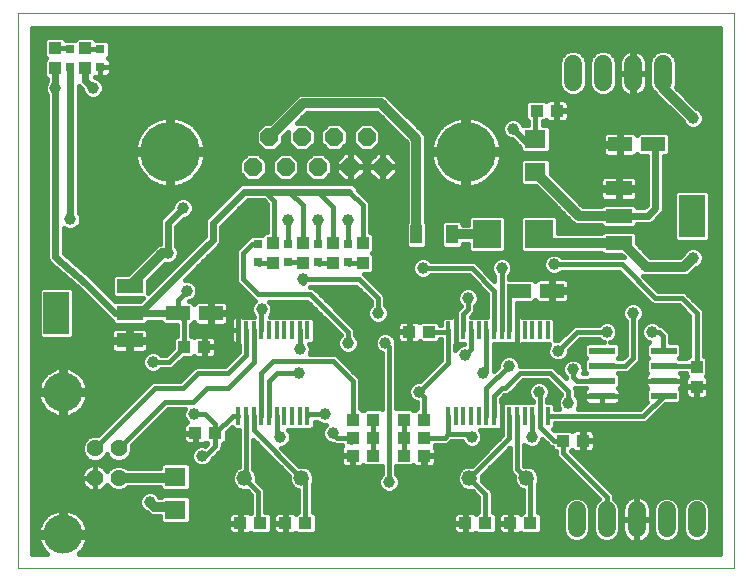
<source format=gtl>
G75*
%MOIN*%
%OFA0B0*%
%FSLAX25Y25*%
%IPPOS*%
%LPD*%
%AMOC8*
5,1,8,0,0,1.08239X$1,22.5*
%
%ADD10C,0.00000*%
%ADD11R,0.04331X0.03937*%
%ADD12R,0.07874X0.04724*%
%ADD13R,0.03937X0.04331*%
%ADD14C,0.06000*%
%ADD15R,0.09449X0.09449*%
%ADD16R,0.01575X0.05906*%
%ADD17R,0.07087X0.06299*%
%ADD18R,0.08799X0.04799*%
%ADD19R,0.08661X0.14173*%
%ADD20R,0.03150X0.03150*%
%ADD21R,0.08661X0.02362*%
%ADD22R,0.03937X0.06299*%
%ADD23C,0.05200*%
%ADD24C,0.13055*%
%ADD25C,0.05622*%
%ADD26OC8,0.06000*%
%ADD27C,0.20000*%
%ADD28C,0.01600*%
%ADD29C,0.03962*%
%ADD30C,0.03200*%
%ADD31C,0.02400*%
D10*
X0026456Y0006800D02*
X0026456Y0191761D01*
X0265157Y0191761D01*
X0265157Y0006800D01*
X0026456Y0006800D01*
D11*
X0085609Y0051800D03*
X0092302Y0051800D03*
X0100609Y0021800D03*
X0107302Y0021800D03*
X0115609Y0021800D03*
X0122302Y0021800D03*
X0138109Y0044300D03*
X0144802Y0044300D03*
X0155109Y0044300D03*
X0161802Y0044300D03*
X0175609Y0021800D03*
X0182302Y0021800D03*
X0190609Y0021800D03*
X0197302Y0021800D03*
X0208109Y0049300D03*
X0214802Y0049300D03*
X0163552Y0085550D03*
X0156859Y0085550D03*
X0141456Y0108454D03*
X0141456Y0115146D03*
X0131456Y0115146D03*
X0131456Y0108454D03*
X0121456Y0108454D03*
X0121456Y0115146D03*
X0111456Y0115146D03*
X0111456Y0108454D03*
X0088552Y0080550D03*
X0081859Y0080550D03*
X0048956Y0173454D03*
X0048956Y0180146D03*
X0038956Y0180146D03*
X0038956Y0173454D03*
X0199359Y0159300D03*
X0206052Y0159300D03*
D12*
X0227194Y0148050D03*
X0238218Y0148050D03*
X0204468Y0099300D03*
X0193444Y0099300D03*
X0090718Y0091800D03*
X0079694Y0091800D03*
D13*
X0138109Y0056300D03*
X0138109Y0050300D03*
X0144802Y0050300D03*
X0144802Y0056300D03*
X0155109Y0056300D03*
X0155109Y0050300D03*
X0161802Y0050300D03*
X0161802Y0056300D03*
X0252706Y0067204D03*
X0252706Y0073896D03*
D14*
X0252706Y0026050D02*
X0252706Y0020050D01*
X0242706Y0020050D02*
X0242706Y0026050D01*
X0232706Y0026050D02*
X0232706Y0020050D01*
X0222706Y0020050D02*
X0222706Y0026050D01*
X0212706Y0026050D02*
X0212706Y0020050D01*
X0211456Y0168800D02*
X0211456Y0174800D01*
X0221456Y0174800D02*
X0221456Y0168800D01*
X0231456Y0168800D02*
X0231456Y0174800D01*
X0241456Y0174800D02*
X0241456Y0168800D01*
D15*
X0200117Y0118050D03*
X0182794Y0118050D03*
D16*
X0182617Y0086072D03*
X0180058Y0086072D03*
X0177499Y0086072D03*
X0174940Y0086072D03*
X0172381Y0086072D03*
X0169822Y0086072D03*
X0185176Y0086072D03*
X0187735Y0086072D03*
X0190294Y0086072D03*
X0192854Y0086072D03*
X0195413Y0086072D03*
X0197972Y0086072D03*
X0200531Y0086072D03*
X0203090Y0086072D03*
X0203090Y0057528D03*
X0200531Y0057528D03*
X0197972Y0057528D03*
X0195413Y0057528D03*
X0192854Y0057528D03*
X0190294Y0057528D03*
X0187735Y0057528D03*
X0185176Y0057528D03*
X0182617Y0057528D03*
X0180058Y0057528D03*
X0177499Y0057528D03*
X0174940Y0057528D03*
X0172381Y0057528D03*
X0169822Y0057528D03*
X0122972Y0057528D03*
X0120413Y0057528D03*
X0117854Y0057528D03*
X0115294Y0057528D03*
X0112735Y0057528D03*
X0110176Y0057528D03*
X0107617Y0057528D03*
X0105058Y0057528D03*
X0102499Y0057528D03*
X0099940Y0057528D03*
X0099940Y0086072D03*
X0102499Y0086072D03*
X0105058Y0086072D03*
X0107617Y0086072D03*
X0110176Y0086072D03*
X0112735Y0086072D03*
X0115294Y0086072D03*
X0117854Y0086072D03*
X0120413Y0086072D03*
X0122972Y0086072D03*
D17*
X0078956Y0037312D03*
X0078956Y0026288D03*
X0198956Y0138788D03*
X0198956Y0149812D03*
D18*
X0226755Y0133398D03*
X0226755Y0124300D03*
X0226755Y0115202D03*
X0063657Y0100898D03*
X0063657Y0091800D03*
X0063657Y0082702D03*
D19*
X0039255Y0091800D03*
X0251157Y0124300D03*
D20*
X0136456Y0114753D03*
X0136456Y0108847D03*
X0126456Y0108847D03*
X0126456Y0114753D03*
X0116456Y0114753D03*
X0116456Y0108847D03*
X0106456Y0108847D03*
X0106456Y0114753D03*
X0053956Y0173847D03*
X0053956Y0179753D03*
X0043956Y0179753D03*
X0043956Y0173847D03*
D21*
X0221220Y0079300D03*
X0221220Y0074300D03*
X0221220Y0069300D03*
X0221220Y0064300D03*
X0241692Y0064300D03*
X0241692Y0069300D03*
X0241692Y0074300D03*
X0241692Y0079300D03*
D22*
X0171111Y0118050D03*
X0159300Y0118050D03*
D23*
X0176956Y0036800D03*
X0195956Y0036800D03*
X0120956Y0036800D03*
X0101956Y0036800D03*
D24*
X0041456Y0018099D03*
X0041456Y0065501D03*
D25*
X0052125Y0046721D03*
X0059999Y0046721D03*
X0059999Y0036879D03*
X0052125Y0036879D03*
D26*
X0104856Y0140550D03*
X0115656Y0140550D03*
X0126456Y0140550D03*
X0137256Y0140550D03*
X0148056Y0140550D03*
X0142656Y0150550D03*
X0131856Y0150550D03*
X0121056Y0150550D03*
X0110256Y0150550D03*
D27*
X0077156Y0145550D03*
X0175756Y0145550D03*
D28*
X0176556Y0145870D02*
X0193942Y0145870D01*
X0193813Y0145999D02*
X0194750Y0145062D01*
X0203162Y0145062D01*
X0204099Y0145999D01*
X0204099Y0153624D01*
X0203162Y0154561D01*
X0201356Y0154561D01*
X0201356Y0155731D01*
X0202188Y0155731D01*
X0202564Y0156108D01*
X0202782Y0155891D01*
X0203192Y0155654D01*
X0203650Y0155531D01*
X0205868Y0155531D01*
X0205868Y0159116D01*
X0206237Y0159116D01*
X0206237Y0159484D01*
X0210018Y0159484D01*
X0210018Y0161505D01*
X0209895Y0161963D01*
X0209658Y0162374D01*
X0209323Y0162709D01*
X0208912Y0162946D01*
X0208455Y0163068D01*
X0206237Y0163068D01*
X0206237Y0159484D01*
X0205868Y0159484D01*
X0205868Y0163068D01*
X0203650Y0163068D01*
X0203192Y0162946D01*
X0202782Y0162709D01*
X0202564Y0162492D01*
X0202188Y0162868D01*
X0196531Y0162868D01*
X0195594Y0161931D01*
X0195594Y0156669D01*
X0196531Y0155731D01*
X0196556Y0155731D01*
X0196556Y0154561D01*
X0194810Y0154561D01*
X0194492Y0155329D01*
X0193484Y0156336D01*
X0192168Y0156881D01*
X0190744Y0156881D01*
X0189427Y0156336D01*
X0188420Y0155329D01*
X0187875Y0154012D01*
X0187875Y0152588D01*
X0188420Y0151271D01*
X0189427Y0150264D01*
X0190744Y0149719D01*
X0191077Y0149719D01*
X0193813Y0146984D01*
X0193813Y0145999D01*
X0193327Y0147469D02*
X0187414Y0147469D01*
X0187408Y0147530D02*
X0187113Y0148822D01*
X0186675Y0150073D01*
X0186100Y0151267D01*
X0185395Y0152389D01*
X0184568Y0153425D01*
X0183631Y0154362D01*
X0182595Y0155189D01*
X0181473Y0155894D01*
X0180279Y0156469D01*
X0179028Y0156907D01*
X0177736Y0157202D01*
X0176556Y0157335D01*
X0176556Y0146350D01*
X0187540Y0146350D01*
X0187408Y0147530D01*
X0187027Y0149068D02*
X0191729Y0149068D01*
X0189025Y0150666D02*
X0186389Y0150666D01*
X0185473Y0152265D02*
X0188009Y0152265D01*
X0187875Y0153863D02*
X0184131Y0153863D01*
X0182161Y0155462D02*
X0188553Y0155462D01*
X0194359Y0155462D02*
X0196556Y0155462D01*
X0195594Y0157060D02*
X0178356Y0157060D01*
X0176556Y0157060D02*
X0174956Y0157060D01*
X0174956Y0157335D02*
X0173776Y0157202D01*
X0172484Y0156907D01*
X0171233Y0156469D01*
X0170039Y0155894D01*
X0168917Y0155189D01*
X0167881Y0154362D01*
X0166943Y0153425D01*
X0166117Y0152389D01*
X0165412Y0151267D01*
X0164837Y0150073D01*
X0164399Y0148822D01*
X0164104Y0147530D01*
X0163971Y0146350D01*
X0174956Y0146350D01*
X0174956Y0157335D01*
X0173156Y0157060D02*
X0156721Y0157060D01*
X0155123Y0158659D02*
X0195594Y0158659D01*
X0195594Y0160257D02*
X0153524Y0160257D01*
X0151926Y0161856D02*
X0195594Y0161856D01*
X0198956Y0158896D02*
X0199359Y0159300D01*
X0198956Y0158896D02*
X0198956Y0149812D01*
X0204099Y0149068D02*
X0221457Y0149068D01*
X0221457Y0148431D02*
X0226813Y0148431D01*
X0226813Y0147669D01*
X0221457Y0147669D01*
X0221457Y0145451D01*
X0221580Y0144993D01*
X0221817Y0144583D01*
X0222152Y0144247D01*
X0222562Y0144010D01*
X0223020Y0143888D01*
X0226813Y0143888D01*
X0226813Y0147669D01*
X0227575Y0147669D01*
X0227575Y0143888D01*
X0231368Y0143888D01*
X0231826Y0144010D01*
X0232236Y0144247D01*
X0232571Y0144583D01*
X0232773Y0144932D01*
X0233618Y0144088D01*
X0236156Y0144088D01*
X0236156Y0127960D01*
X0235296Y0127100D01*
X0232755Y0127100D01*
X0232755Y0127362D01*
X0231817Y0128300D01*
X0221693Y0128300D01*
X0220893Y0127500D01*
X0214770Y0127500D01*
X0204099Y0138170D01*
X0204099Y0142601D01*
X0203162Y0143538D01*
X0194750Y0143538D01*
X0193813Y0142601D01*
X0193813Y0134976D01*
X0194750Y0134039D01*
X0199180Y0134039D01*
X0211631Y0121587D01*
X0212808Y0121100D01*
X0220893Y0121100D01*
X0221693Y0120300D01*
X0231817Y0120300D01*
X0232755Y0121238D01*
X0232755Y0121500D01*
X0237013Y0121500D01*
X0238042Y0121926D01*
X0240542Y0124426D01*
X0241330Y0125214D01*
X0241756Y0126243D01*
X0241756Y0144088D01*
X0242817Y0144088D01*
X0243755Y0145025D01*
X0243755Y0151075D01*
X0242817Y0152012D01*
X0233618Y0152012D01*
X0232773Y0151168D01*
X0232571Y0151517D01*
X0232236Y0151853D01*
X0231826Y0152090D01*
X0231368Y0152212D01*
X0227575Y0152212D01*
X0227575Y0148431D01*
X0226813Y0148431D01*
X0226813Y0152212D01*
X0223020Y0152212D01*
X0222562Y0152090D01*
X0222152Y0151853D01*
X0221817Y0151517D01*
X0221580Y0151107D01*
X0221457Y0150649D01*
X0221457Y0148431D01*
X0221457Y0147469D02*
X0204099Y0147469D01*
X0203970Y0145870D02*
X0221457Y0145870D01*
X0222127Y0144272D02*
X0187487Y0144272D01*
X0187540Y0144750D02*
X0176556Y0144750D01*
X0176556Y0146350D01*
X0174956Y0146350D01*
X0174956Y0144750D01*
X0176556Y0144750D01*
X0176556Y0133765D01*
X0177736Y0133898D01*
X0179028Y0134193D01*
X0180279Y0134631D01*
X0181473Y0135206D01*
X0182595Y0135911D01*
X0183631Y0136738D01*
X0184568Y0137675D01*
X0185395Y0138711D01*
X0186100Y0139833D01*
X0186675Y0141027D01*
X0187113Y0142278D01*
X0187408Y0143570D01*
X0187540Y0144750D01*
X0187203Y0142673D02*
X0193886Y0142673D01*
X0193813Y0141075D02*
X0186692Y0141075D01*
X0185876Y0139476D02*
X0193813Y0139476D01*
X0193813Y0137878D02*
X0184730Y0137878D01*
X0183057Y0136279D02*
X0193813Y0136279D01*
X0194108Y0134681D02*
X0180382Y0134681D01*
X0176556Y0134681D02*
X0174956Y0134681D01*
X0174956Y0133765D02*
X0174956Y0144750D01*
X0163971Y0144750D01*
X0164104Y0143570D01*
X0164399Y0142278D01*
X0164837Y0141027D01*
X0165412Y0139833D01*
X0166117Y0138711D01*
X0166943Y0137675D01*
X0167881Y0136738D01*
X0168917Y0135911D01*
X0170039Y0135206D01*
X0171233Y0134631D01*
X0172484Y0134193D01*
X0173776Y0133898D01*
X0174956Y0133765D01*
X0174956Y0136279D02*
X0176556Y0136279D01*
X0176556Y0137878D02*
X0174956Y0137878D01*
X0174956Y0139476D02*
X0176556Y0139476D01*
X0176556Y0141075D02*
X0174956Y0141075D01*
X0174956Y0142673D02*
X0176556Y0142673D01*
X0176556Y0144272D02*
X0174956Y0144272D01*
X0174956Y0145870D02*
X0162500Y0145870D01*
X0162500Y0144272D02*
X0164025Y0144272D01*
X0164309Y0142673D02*
X0162500Y0142673D01*
X0162500Y0141075D02*
X0164820Y0141075D01*
X0165636Y0139476D02*
X0162500Y0139476D01*
X0162500Y0137878D02*
X0166781Y0137878D01*
X0168455Y0136279D02*
X0162500Y0136279D01*
X0162500Y0134681D02*
X0171130Y0134681D01*
X0162500Y0133082D02*
X0200136Y0133082D01*
X0201735Y0131484D02*
X0162500Y0131484D01*
X0162500Y0129885D02*
X0203333Y0129885D01*
X0204932Y0128287D02*
X0162500Y0128287D01*
X0162500Y0126688D02*
X0206530Y0126688D01*
X0208129Y0125090D02*
X0162500Y0125090D01*
X0162500Y0123491D02*
X0176524Y0123491D01*
X0176470Y0123437D02*
X0176470Y0121250D01*
X0174680Y0121250D01*
X0174680Y0121862D01*
X0173743Y0122800D01*
X0168480Y0122800D01*
X0167543Y0121862D01*
X0167543Y0114238D01*
X0168480Y0113300D01*
X0173743Y0113300D01*
X0174680Y0114238D01*
X0174680Y0114850D01*
X0176470Y0114850D01*
X0176470Y0112663D01*
X0177407Y0111726D01*
X0188182Y0111726D01*
X0189119Y0112663D01*
X0189119Y0123437D01*
X0188182Y0124374D01*
X0177407Y0124374D01*
X0176470Y0123437D01*
X0176470Y0121893D02*
X0174649Y0121893D01*
X0167573Y0121893D02*
X0162838Y0121893D01*
X0162869Y0121862D02*
X0162500Y0122231D01*
X0162500Y0150592D01*
X0162013Y0151768D01*
X0150169Y0163613D01*
X0149269Y0164513D01*
X0148092Y0165000D01*
X0120869Y0165000D01*
X0119693Y0164513D01*
X0110330Y0155150D01*
X0108351Y0155150D01*
X0105656Y0152455D01*
X0105656Y0148645D01*
X0108351Y0145950D01*
X0112161Y0145950D01*
X0114856Y0148645D01*
X0114856Y0150625D01*
X0116456Y0152225D01*
X0116456Y0148645D01*
X0119151Y0145950D01*
X0122961Y0145950D01*
X0125656Y0148645D01*
X0125656Y0152455D01*
X0122961Y0155150D01*
X0119381Y0155150D01*
X0122831Y0158600D01*
X0146130Y0158600D01*
X0156100Y0148630D01*
X0156100Y0122231D01*
X0155732Y0121862D01*
X0155732Y0114238D01*
X0156669Y0113300D01*
X0161932Y0113300D01*
X0162869Y0114238D01*
X0162869Y0121862D01*
X0162869Y0120294D02*
X0167543Y0120294D01*
X0167543Y0118696D02*
X0162869Y0118696D01*
X0162869Y0117097D02*
X0167543Y0117097D01*
X0167543Y0115499D02*
X0162869Y0115499D01*
X0162531Y0113900D02*
X0167880Y0113900D01*
X0163484Y0109836D02*
X0162168Y0110381D01*
X0160744Y0110381D01*
X0159427Y0109836D01*
X0158420Y0108829D01*
X0157875Y0107512D01*
X0157875Y0106088D01*
X0158420Y0104771D01*
X0159427Y0103764D01*
X0160744Y0103219D01*
X0162168Y0103219D01*
X0163484Y0103764D01*
X0164120Y0104400D01*
X0176712Y0104400D01*
X0182806Y0098306D01*
X0182806Y0090624D01*
X0177424Y0090624D01*
X0178491Y0091691D01*
X0178856Y0092573D01*
X0178856Y0094136D01*
X0179492Y0094771D01*
X0180037Y0096088D01*
X0180037Y0097512D01*
X0179492Y0098829D01*
X0178484Y0099836D01*
X0177168Y0100381D01*
X0175744Y0100381D01*
X0174427Y0099836D01*
X0173420Y0098829D01*
X0172875Y0097512D01*
X0172875Y0096088D01*
X0173420Y0094771D01*
X0174056Y0094136D01*
X0174056Y0094044D01*
X0173581Y0093569D01*
X0172906Y0092894D01*
X0172540Y0092012D01*
X0172540Y0090824D01*
X0172381Y0090824D01*
X0171357Y0090824D01*
X0170899Y0090702D01*
X0170765Y0090624D01*
X0168372Y0090624D01*
X0167435Y0089687D01*
X0167435Y0087950D01*
X0167318Y0087950D01*
X0167318Y0088181D01*
X0166380Y0089118D01*
X0160724Y0089118D01*
X0160347Y0088742D01*
X0160130Y0088959D01*
X0159720Y0089196D01*
X0159262Y0089318D01*
X0157044Y0089318D01*
X0157044Y0085734D01*
X0156675Y0085734D01*
X0156675Y0085366D01*
X0152894Y0085366D01*
X0152894Y0083345D01*
X0153017Y0082887D01*
X0153254Y0082476D01*
X0153589Y0082141D01*
X0153999Y0081904D01*
X0154457Y0081781D01*
X0156675Y0081781D01*
X0156675Y0085366D01*
X0157044Y0085366D01*
X0157044Y0081781D01*
X0159262Y0081781D01*
X0159720Y0081904D01*
X0160130Y0082141D01*
X0160347Y0082358D01*
X0160724Y0081981D01*
X0166380Y0081981D01*
X0167318Y0082919D01*
X0167318Y0083150D01*
X0167422Y0083150D01*
X0167422Y0076160D01*
X0160393Y0069131D01*
X0159494Y0069131D01*
X0158177Y0068586D01*
X0157170Y0067579D01*
X0156625Y0066262D01*
X0156625Y0064838D01*
X0157170Y0063521D01*
X0158177Y0062514D01*
X0159402Y0062007D01*
X0159402Y0060065D01*
X0159171Y0060065D01*
X0158456Y0059350D01*
X0157741Y0060065D01*
X0152606Y0060065D01*
X0152606Y0081027D01*
X0152537Y0081194D01*
X0152537Y0082512D01*
X0151992Y0083829D01*
X0150984Y0084836D01*
X0149668Y0085381D01*
X0148244Y0085381D01*
X0146927Y0084836D01*
X0145920Y0083829D01*
X0145375Y0082512D01*
X0145375Y0081088D01*
X0145920Y0079771D01*
X0146927Y0078764D01*
X0147806Y0078400D01*
X0147806Y0059693D01*
X0147434Y0060065D01*
X0142171Y0060065D01*
X0141456Y0059350D01*
X0140741Y0060065D01*
X0140509Y0060065D01*
X0140509Y0069624D01*
X0140144Y0070506D01*
X0132815Y0077835D01*
X0131933Y0078200D01*
X0123669Y0078200D01*
X0124037Y0079088D01*
X0124037Y0080512D01*
X0123620Y0081519D01*
X0124422Y0081519D01*
X0125359Y0082456D01*
X0125359Y0089687D01*
X0124422Y0090624D01*
X0110345Y0090624D01*
X0110742Y0091021D01*
X0111287Y0092338D01*
X0111287Y0093762D01*
X0110742Y0095079D01*
X0110170Y0095650D01*
X0122962Y0095650D01*
X0134056Y0084556D01*
X0134056Y0084464D01*
X0133420Y0083829D01*
X0132875Y0082512D01*
X0132875Y0081088D01*
X0133420Y0079771D01*
X0134427Y0078764D01*
X0135744Y0078219D01*
X0137168Y0078219D01*
X0138484Y0078764D01*
X0139492Y0079771D01*
X0140037Y0081088D01*
X0140037Y0082512D01*
X0139492Y0083829D01*
X0138856Y0084464D01*
X0138856Y0086027D01*
X0138491Y0086909D01*
X0125991Y0099409D01*
X0125315Y0100085D01*
X0124433Y0100450D01*
X0123920Y0100450D01*
X0124120Y0100650D01*
X0139212Y0100650D01*
X0144056Y0095806D01*
X0144056Y0094464D01*
X0143420Y0093829D01*
X0142875Y0092512D01*
X0142875Y0091088D01*
X0143420Y0089771D01*
X0144427Y0088764D01*
X0145744Y0088219D01*
X0147168Y0088219D01*
X0148484Y0088764D01*
X0149492Y0089771D01*
X0150037Y0091088D01*
X0150037Y0092512D01*
X0149492Y0093829D01*
X0148856Y0094464D01*
X0148856Y0097277D01*
X0148491Y0098159D01*
X0142241Y0104409D01*
X0142241Y0104409D01*
X0141765Y0104885D01*
X0144284Y0104885D01*
X0145221Y0105822D01*
X0145221Y0111085D01*
X0144506Y0111800D01*
X0145221Y0112515D01*
X0145221Y0117778D01*
X0144284Y0118715D01*
X0143856Y0118715D01*
X0143856Y0128277D01*
X0143491Y0129159D01*
X0139730Y0132920D01*
X0139330Y0133886D01*
X0138542Y0134674D01*
X0137513Y0135100D01*
X0101399Y0135100D01*
X0100370Y0134674D01*
X0099582Y0133886D01*
X0089082Y0123386D01*
X0088656Y0122357D01*
X0088656Y0117460D01*
X0069656Y0098460D01*
X0069656Y0102373D01*
X0075573Y0108289D01*
X0075744Y0108219D01*
X0077168Y0108219D01*
X0078484Y0108764D01*
X0079492Y0109771D01*
X0080037Y0111088D01*
X0080037Y0112512D01*
X0079492Y0113829D01*
X0079256Y0114064D01*
X0079256Y0120640D01*
X0081835Y0123219D01*
X0082168Y0123219D01*
X0083484Y0123764D01*
X0084492Y0124771D01*
X0085037Y0126088D01*
X0085037Y0127512D01*
X0084492Y0128829D01*
X0083484Y0129836D01*
X0082168Y0130381D01*
X0080744Y0130381D01*
X0079427Y0129836D01*
X0078420Y0128829D01*
X0077875Y0127512D01*
X0077875Y0127179D01*
X0074870Y0124174D01*
X0074082Y0123386D01*
X0073656Y0122357D01*
X0073656Y0114890D01*
X0072746Y0114513D01*
X0063131Y0104898D01*
X0058594Y0104898D01*
X0057657Y0103961D01*
X0057657Y0097836D01*
X0058594Y0096899D01*
X0068095Y0096899D01*
X0066996Y0095800D01*
X0058916Y0095800D01*
X0051262Y0103454D01*
X0051219Y0103540D01*
X0050870Y0103846D01*
X0050542Y0104174D01*
X0050453Y0104211D01*
X0041756Y0111821D01*
X0041756Y0120186D01*
X0041927Y0120014D01*
X0043244Y0119469D01*
X0044668Y0119469D01*
X0045984Y0120014D01*
X0046992Y0121021D01*
X0047537Y0122338D01*
X0047537Y0123762D01*
X0046992Y0125079D01*
X0046756Y0125314D01*
X0046756Y0167540D01*
X0047875Y0166421D01*
X0047875Y0166088D01*
X0048420Y0164771D01*
X0049427Y0163764D01*
X0050744Y0163219D01*
X0052168Y0163219D01*
X0053484Y0163764D01*
X0054492Y0164771D01*
X0055037Y0166088D01*
X0055037Y0167512D01*
X0054492Y0168829D01*
X0053484Y0169836D01*
X0052247Y0170348D01*
X0052371Y0170472D01*
X0053956Y0170472D01*
X0055768Y0170472D01*
X0056225Y0170595D01*
X0056636Y0170832D01*
X0056971Y0171167D01*
X0057208Y0171578D01*
X0057331Y0172035D01*
X0057331Y0173847D01*
X0053956Y0173847D01*
X0053956Y0170472D01*
X0053956Y0173847D01*
X0053956Y0173847D01*
X0053956Y0173847D01*
X0057331Y0173847D01*
X0057331Y0175659D01*
X0057208Y0176117D01*
X0056971Y0176527D01*
X0056636Y0176862D01*
X0056536Y0176920D01*
X0057131Y0177515D01*
X0057131Y0181990D01*
X0056193Y0182928D01*
X0052571Y0182928D01*
X0051784Y0183715D01*
X0046128Y0183715D01*
X0045340Y0182928D01*
X0042571Y0182928D01*
X0041784Y0183715D01*
X0036128Y0183715D01*
X0035191Y0182778D01*
X0035191Y0177515D01*
X0035906Y0176800D01*
X0035191Y0176085D01*
X0035191Y0170822D01*
X0036128Y0169885D01*
X0036156Y0169885D01*
X0036156Y0169064D01*
X0035920Y0168829D01*
X0035375Y0167512D01*
X0035375Y0166088D01*
X0035920Y0164771D01*
X0036156Y0164536D01*
X0036156Y0111011D01*
X0036125Y0110919D01*
X0036156Y0110457D01*
X0036156Y0109993D01*
X0036193Y0109904D01*
X0036199Y0109808D01*
X0036405Y0109392D01*
X0036582Y0108964D01*
X0036650Y0108896D01*
X0036693Y0108810D01*
X0037042Y0108504D01*
X0037370Y0108176D01*
X0037459Y0108139D01*
X0047042Y0099754D01*
X0057370Y0089426D01*
X0057657Y0089307D01*
X0057657Y0088738D01*
X0058594Y0087800D01*
X0068719Y0087800D01*
X0069656Y0088738D01*
X0069656Y0089000D01*
X0074157Y0089000D01*
X0074157Y0088775D01*
X0075094Y0087838D01*
X0079459Y0087838D01*
X0079459Y0084118D01*
X0079031Y0084118D01*
X0078094Y0083181D01*
X0078094Y0080179D01*
X0075865Y0077950D01*
X0074120Y0077950D01*
X0073484Y0078586D01*
X0072168Y0079131D01*
X0070744Y0079131D01*
X0069427Y0078586D01*
X0068420Y0077579D01*
X0067875Y0076262D01*
X0067875Y0074838D01*
X0068420Y0073521D01*
X0069427Y0072514D01*
X0070744Y0071969D01*
X0072168Y0071969D01*
X0073484Y0072514D01*
X0074120Y0073150D01*
X0077337Y0073150D01*
X0078219Y0073515D01*
X0081685Y0076981D01*
X0084688Y0076981D01*
X0085064Y0077358D01*
X0085282Y0077141D01*
X0085692Y0076904D01*
X0086150Y0076781D01*
X0088368Y0076781D01*
X0088368Y0080366D01*
X0088737Y0080366D01*
X0088737Y0080734D01*
X0092518Y0080734D01*
X0092518Y0082755D01*
X0092395Y0083213D01*
X0092158Y0083624D01*
X0091823Y0083959D01*
X0091412Y0084196D01*
X0090955Y0084318D01*
X0088737Y0084318D01*
X0088737Y0080734D01*
X0088368Y0080734D01*
X0088368Y0084318D01*
X0086150Y0084318D01*
X0085692Y0084196D01*
X0085282Y0083959D01*
X0085064Y0083742D01*
X0084688Y0084118D01*
X0084259Y0084118D01*
X0084259Y0087838D01*
X0084294Y0087838D01*
X0085138Y0088682D01*
X0085340Y0088333D01*
X0085675Y0087997D01*
X0086086Y0087760D01*
X0086544Y0087638D01*
X0090337Y0087638D01*
X0090337Y0091419D01*
X0091099Y0091419D01*
X0091099Y0092181D01*
X0096455Y0092181D01*
X0096455Y0094399D01*
X0096332Y0094857D01*
X0096095Y0095267D01*
X0095760Y0095603D01*
X0095349Y0095840D01*
X0094892Y0095962D01*
X0091099Y0095962D01*
X0091099Y0092181D01*
X0090337Y0092181D01*
X0090337Y0095962D01*
X0086544Y0095962D01*
X0086086Y0095840D01*
X0085675Y0095603D01*
X0085340Y0095267D01*
X0085138Y0094918D01*
X0084294Y0095762D01*
X0083523Y0095762D01*
X0084734Y0096264D01*
X0085742Y0097271D01*
X0086287Y0098588D01*
X0086287Y0100012D01*
X0085742Y0101329D01*
X0084734Y0102336D01*
X0083418Y0102881D01*
X0081997Y0102881D01*
X0093042Y0113926D01*
X0093830Y0114714D01*
X0094256Y0115743D01*
X0094256Y0120640D01*
X0103116Y0129500D01*
X0108362Y0129500D01*
X0109556Y0128306D01*
X0109556Y0118715D01*
X0108628Y0118715D01*
X0107840Y0117928D01*
X0104218Y0117928D01*
X0103281Y0116990D01*
X0103281Y0116883D01*
X0103049Y0116787D01*
X0100096Y0113835D01*
X0099421Y0113159D01*
X0099056Y0112277D01*
X0099056Y0102573D01*
X0099421Y0101691D01*
X0100096Y0101015D01*
X0105096Y0096015D01*
X0105457Y0095866D01*
X0104670Y0095079D01*
X0104125Y0093762D01*
X0104125Y0092338D01*
X0104670Y0091021D01*
X0105067Y0090624D01*
X0101556Y0090624D01*
X0101422Y0090702D01*
X0100965Y0090824D01*
X0099940Y0090824D01*
X0098916Y0090824D01*
X0098458Y0090702D01*
X0098048Y0090465D01*
X0097712Y0090130D01*
X0097475Y0089719D01*
X0097353Y0089261D01*
X0097353Y0086072D01*
X0099940Y0086072D01*
X0099940Y0090824D01*
X0099940Y0086072D01*
X0099940Y0086072D01*
X0099940Y0086072D01*
X0097353Y0086072D01*
X0097353Y0082882D01*
X0097475Y0082424D01*
X0097712Y0082014D01*
X0098048Y0081679D01*
X0098458Y0081442D01*
X0098916Y0081319D01*
X0099940Y0081319D01*
X0099940Y0086072D01*
X0099940Y0086072D01*
X0099940Y0081319D01*
X0100099Y0081319D01*
X0100099Y0078837D01*
X0095462Y0074200D01*
X0085979Y0074200D01*
X0085096Y0073835D01*
X0080462Y0069200D01*
X0071727Y0069200D01*
X0070844Y0068835D01*
X0070169Y0068159D01*
X0053101Y0051091D01*
X0053003Y0051132D01*
X0051248Y0051132D01*
X0049627Y0050461D01*
X0048386Y0049220D01*
X0047714Y0047599D01*
X0047714Y0045844D01*
X0048386Y0044223D01*
X0049627Y0042982D01*
X0051248Y0042310D01*
X0053003Y0042310D01*
X0054624Y0042982D01*
X0055865Y0044223D01*
X0056062Y0044699D01*
X0056260Y0044223D01*
X0057501Y0042982D01*
X0059122Y0042310D01*
X0060877Y0042310D01*
X0062498Y0042982D01*
X0063739Y0044223D01*
X0064410Y0045844D01*
X0064410Y0047599D01*
X0064369Y0047697D01*
X0076572Y0059900D01*
X0082096Y0059900D01*
X0081625Y0058762D01*
X0081625Y0057338D01*
X0082170Y0056021D01*
X0082747Y0055444D01*
X0082339Y0055209D01*
X0082004Y0054874D01*
X0081767Y0054463D01*
X0081644Y0054005D01*
X0081644Y0051984D01*
X0085425Y0051984D01*
X0085425Y0051616D01*
X0081644Y0051616D01*
X0081644Y0049595D01*
X0081767Y0049137D01*
X0082004Y0048726D01*
X0082339Y0048391D01*
X0082749Y0048154D01*
X0083207Y0048031D01*
X0085425Y0048031D01*
X0085425Y0051616D01*
X0085794Y0051616D01*
X0085794Y0048031D01*
X0088012Y0048031D01*
X0088470Y0048154D01*
X0088880Y0048391D01*
X0089097Y0048608D01*
X0089474Y0048231D01*
X0089493Y0048231D01*
X0088931Y0047669D01*
X0088418Y0047881D01*
X0086994Y0047881D01*
X0085677Y0047336D01*
X0084670Y0046329D01*
X0084125Y0045012D01*
X0084125Y0043588D01*
X0084670Y0042271D01*
X0085677Y0041264D01*
X0086994Y0040719D01*
X0088418Y0040719D01*
X0089734Y0041264D01*
X0090742Y0042271D01*
X0091039Y0042989D01*
X0094337Y0046287D01*
X0094702Y0047169D01*
X0094702Y0048231D01*
X0095130Y0048231D01*
X0096068Y0049169D01*
X0096068Y0052171D01*
X0097681Y0053785D01*
X0098490Y0052976D01*
X0100099Y0052976D01*
X0100099Y0040577D01*
X0099577Y0040361D01*
X0098395Y0039179D01*
X0097756Y0037635D01*
X0097756Y0035965D01*
X0098395Y0034421D01*
X0099577Y0033239D01*
X0101120Y0032600D01*
X0102762Y0032600D01*
X0104056Y0031306D01*
X0104056Y0025033D01*
X0103880Y0025209D01*
X0103470Y0025446D01*
X0103012Y0025568D01*
X0100794Y0025568D01*
X0100794Y0021984D01*
X0100425Y0021984D01*
X0100425Y0021616D01*
X0096644Y0021616D01*
X0096644Y0019595D01*
X0096767Y0019137D01*
X0097004Y0018726D01*
X0097339Y0018391D01*
X0097749Y0018154D01*
X0098207Y0018031D01*
X0100425Y0018031D01*
X0100425Y0021616D01*
X0100794Y0021616D01*
X0100794Y0018031D01*
X0103012Y0018031D01*
X0103470Y0018154D01*
X0103880Y0018391D01*
X0104097Y0018608D01*
X0104474Y0018231D01*
X0110130Y0018231D01*
X0111068Y0019169D01*
X0111068Y0024431D01*
X0110130Y0025368D01*
X0108856Y0025368D01*
X0108856Y0032777D01*
X0108491Y0033659D01*
X0106156Y0035994D01*
X0106156Y0037635D01*
X0105516Y0039179D01*
X0104899Y0039796D01*
X0104899Y0049463D01*
X0116756Y0037606D01*
X0116756Y0035965D01*
X0117395Y0034421D01*
X0118577Y0033239D01*
X0119902Y0032690D01*
X0119902Y0025368D01*
X0119474Y0025368D01*
X0119097Y0024992D01*
X0118880Y0025209D01*
X0118470Y0025446D01*
X0118012Y0025568D01*
X0115794Y0025568D01*
X0115794Y0021984D01*
X0115425Y0021984D01*
X0115425Y0021616D01*
X0111644Y0021616D01*
X0111644Y0019595D01*
X0111767Y0019137D01*
X0112004Y0018726D01*
X0112339Y0018391D01*
X0112749Y0018154D01*
X0113207Y0018031D01*
X0115425Y0018031D01*
X0115425Y0021616D01*
X0115794Y0021616D01*
X0115794Y0018031D01*
X0118012Y0018031D01*
X0118470Y0018154D01*
X0118880Y0018391D01*
X0119097Y0018608D01*
X0119474Y0018231D01*
X0125130Y0018231D01*
X0126068Y0019169D01*
X0126068Y0024431D01*
X0125130Y0025368D01*
X0124702Y0025368D01*
X0124702Y0034870D01*
X0125156Y0035965D01*
X0125156Y0037635D01*
X0124516Y0039179D01*
X0123335Y0040361D01*
X0121791Y0041000D01*
X0120150Y0041000D01*
X0114181Y0046969D01*
X0114668Y0046969D01*
X0115984Y0047514D01*
X0116992Y0048521D01*
X0117537Y0049838D01*
X0117537Y0051262D01*
X0116992Y0052579D01*
X0116595Y0052976D01*
X0124422Y0052976D01*
X0125359Y0053913D01*
X0125359Y0055650D01*
X0126291Y0055650D01*
X0126927Y0055014D01*
X0128244Y0054469D01*
X0129060Y0054469D01*
X0128420Y0053829D01*
X0127875Y0052512D01*
X0127875Y0051088D01*
X0128420Y0049771D01*
X0129427Y0048764D01*
X0130744Y0048219D01*
X0131709Y0048219D01*
X0132479Y0047900D01*
X0134541Y0047900D01*
X0134541Y0047472D01*
X0134571Y0047441D01*
X0134504Y0047374D01*
X0134267Y0046963D01*
X0134144Y0046505D01*
X0134144Y0044484D01*
X0137925Y0044484D01*
X0137925Y0044116D01*
X0134144Y0044116D01*
X0134144Y0042095D01*
X0134267Y0041637D01*
X0134504Y0041226D01*
X0134839Y0040891D01*
X0135249Y0040654D01*
X0135707Y0040531D01*
X0137925Y0040531D01*
X0137925Y0044116D01*
X0138294Y0044116D01*
X0138294Y0040531D01*
X0140512Y0040531D01*
X0140970Y0040654D01*
X0141380Y0040891D01*
X0141597Y0041108D01*
X0141974Y0040731D01*
X0147630Y0040731D01*
X0147806Y0040907D01*
X0147806Y0038214D01*
X0147170Y0037579D01*
X0146625Y0036262D01*
X0146625Y0034838D01*
X0147170Y0033521D01*
X0148177Y0032514D01*
X0149494Y0031969D01*
X0150918Y0031969D01*
X0152234Y0032514D01*
X0153242Y0033521D01*
X0153787Y0034838D01*
X0153787Y0036262D01*
X0153242Y0037579D01*
X0152606Y0038214D01*
X0152606Y0040731D01*
X0157938Y0040731D01*
X0158314Y0041108D01*
X0158532Y0040891D01*
X0158942Y0040654D01*
X0159400Y0040531D01*
X0161618Y0040531D01*
X0161618Y0044116D01*
X0161987Y0044116D01*
X0161987Y0044484D01*
X0165768Y0044484D01*
X0165768Y0046505D01*
X0165645Y0046963D01*
X0165408Y0047374D01*
X0165340Y0047441D01*
X0165371Y0047472D01*
X0165371Y0047900D01*
X0169183Y0047900D01*
X0170065Y0048265D01*
X0170816Y0049016D01*
X0174465Y0049016D01*
X0174670Y0048521D01*
X0175677Y0047514D01*
X0176994Y0046969D01*
X0178418Y0046969D01*
X0179734Y0047514D01*
X0180742Y0048521D01*
X0181287Y0049838D01*
X0181287Y0051262D01*
X0180742Y0052579D01*
X0180345Y0052976D01*
X0186119Y0052976D01*
X0186253Y0052898D01*
X0186711Y0052776D01*
X0187735Y0052776D01*
X0187735Y0057528D01*
X0187735Y0057528D01*
X0187735Y0052776D01*
X0187894Y0052776D01*
X0187894Y0051133D01*
X0177762Y0041000D01*
X0176120Y0041000D01*
X0174577Y0040361D01*
X0173395Y0039179D01*
X0172756Y0037635D01*
X0172756Y0035965D01*
X0173395Y0034421D01*
X0174577Y0033239D01*
X0176120Y0032600D01*
X0177762Y0032600D01*
X0179902Y0030459D01*
X0179902Y0025368D01*
X0179474Y0025368D01*
X0179097Y0024992D01*
X0178880Y0025209D01*
X0178470Y0025446D01*
X0178012Y0025568D01*
X0175794Y0025568D01*
X0175794Y0021984D01*
X0175425Y0021984D01*
X0175425Y0021616D01*
X0171644Y0021616D01*
X0171644Y0019595D01*
X0171767Y0019137D01*
X0172004Y0018726D01*
X0172339Y0018391D01*
X0172749Y0018154D01*
X0173207Y0018031D01*
X0175425Y0018031D01*
X0175425Y0021616D01*
X0175794Y0021616D01*
X0175794Y0018031D01*
X0178012Y0018031D01*
X0178470Y0018154D01*
X0178880Y0018391D01*
X0179097Y0018608D01*
X0179474Y0018231D01*
X0185130Y0018231D01*
X0186068Y0019169D01*
X0186068Y0024431D01*
X0185130Y0025368D01*
X0184702Y0025368D01*
X0184702Y0031931D01*
X0184337Y0032813D01*
X0181156Y0035994D01*
X0181156Y0037606D01*
X0190454Y0046904D01*
X0190454Y0039425D01*
X0190819Y0038543D01*
X0191756Y0037606D01*
X0191756Y0035965D01*
X0192395Y0034421D01*
X0193577Y0033239D01*
X0194902Y0032690D01*
X0194902Y0025368D01*
X0194474Y0025368D01*
X0194097Y0024992D01*
X0193880Y0025209D01*
X0193470Y0025446D01*
X0193012Y0025568D01*
X0190794Y0025568D01*
X0190794Y0021984D01*
X0190425Y0021984D01*
X0190425Y0021616D01*
X0186644Y0021616D01*
X0186644Y0019595D01*
X0186767Y0019137D01*
X0187004Y0018726D01*
X0187339Y0018391D01*
X0187749Y0018154D01*
X0188207Y0018031D01*
X0190425Y0018031D01*
X0190425Y0021616D01*
X0190794Y0021616D01*
X0190794Y0018031D01*
X0193012Y0018031D01*
X0193470Y0018154D01*
X0193880Y0018391D01*
X0194097Y0018608D01*
X0194474Y0018231D01*
X0200130Y0018231D01*
X0201068Y0019169D01*
X0201068Y0024431D01*
X0200130Y0025368D01*
X0199702Y0025368D01*
X0199702Y0034870D01*
X0200156Y0035965D01*
X0200156Y0037635D01*
X0199516Y0039179D01*
X0198335Y0040361D01*
X0196791Y0041000D01*
X0195254Y0041000D01*
X0195254Y0047938D01*
X0195677Y0047514D01*
X0196994Y0046969D01*
X0198418Y0046969D01*
X0199734Y0047514D01*
X0200742Y0048521D01*
X0201281Y0049824D01*
X0203135Y0047969D01*
X0203811Y0047294D01*
X0204344Y0047073D01*
X0204344Y0046669D01*
X0205281Y0045731D01*
X0205709Y0045731D01*
X0205709Y0044669D01*
X0206075Y0043787D01*
X0220006Y0029856D01*
X0218806Y0028656D01*
X0218106Y0026965D01*
X0218106Y0019135D01*
X0218806Y0017444D01*
X0220100Y0016150D01*
X0221791Y0015450D01*
X0223621Y0015450D01*
X0225312Y0016150D01*
X0226606Y0017444D01*
X0227306Y0019135D01*
X0227306Y0026965D01*
X0226606Y0028656D01*
X0225312Y0029950D01*
X0225106Y0030035D01*
X0225106Y0031027D01*
X0224741Y0031909D01*
X0210918Y0045731D01*
X0210938Y0045731D01*
X0211314Y0046108D01*
X0211532Y0045891D01*
X0211942Y0045654D01*
X0212400Y0045531D01*
X0214618Y0045531D01*
X0214618Y0049116D01*
X0214987Y0049116D01*
X0214987Y0049484D01*
X0218768Y0049484D01*
X0218768Y0051505D01*
X0218645Y0051963D01*
X0218408Y0052374D01*
X0218073Y0052709D01*
X0217662Y0052946D01*
X0217205Y0053068D01*
X0214987Y0053068D01*
X0214987Y0049484D01*
X0214618Y0049484D01*
X0214618Y0053068D01*
X0212400Y0053068D01*
X0211942Y0052946D01*
X0211532Y0052709D01*
X0211314Y0052492D01*
X0210938Y0052868D01*
X0205281Y0052868D01*
X0205153Y0052740D01*
X0204729Y0053164D01*
X0205477Y0053913D01*
X0205477Y0055128D01*
X0235398Y0055128D01*
X0236280Y0055494D01*
X0242305Y0061519D01*
X0246686Y0061519D01*
X0247623Y0062456D01*
X0247623Y0066144D01*
X0247103Y0066664D01*
X0247128Y0066679D01*
X0247463Y0067014D01*
X0247700Y0067424D01*
X0247823Y0067882D01*
X0247823Y0069300D01*
X0247823Y0070718D01*
X0247700Y0071176D01*
X0247463Y0071586D01*
X0247149Y0071900D01*
X0249137Y0071900D01*
X0249137Y0071068D01*
X0249514Y0070691D01*
X0249297Y0070474D01*
X0249060Y0070064D01*
X0248937Y0069606D01*
X0248937Y0067388D01*
X0252522Y0067388D01*
X0252522Y0067019D01*
X0252890Y0067019D01*
X0252890Y0063238D01*
X0254911Y0063238D01*
X0255369Y0063361D01*
X0255780Y0063598D01*
X0256115Y0063933D01*
X0256352Y0064343D01*
X0256474Y0064801D01*
X0256474Y0067019D01*
X0252890Y0067019D01*
X0252890Y0067388D01*
X0256474Y0067388D01*
X0256474Y0069606D01*
X0256352Y0070064D01*
X0256115Y0070474D01*
X0255897Y0070691D01*
X0256274Y0071068D01*
X0256274Y0076725D01*
X0255337Y0077662D01*
X0255106Y0077662D01*
X0255106Y0092277D01*
X0254741Y0093159D01*
X0249741Y0098159D01*
X0249065Y0098835D01*
X0248183Y0099200D01*
X0239950Y0099200D01*
X0234859Y0104291D01*
X0235319Y0104100D01*
X0249092Y0104100D01*
X0250269Y0104587D01*
X0252564Y0106883D01*
X0253484Y0107264D01*
X0254492Y0108271D01*
X0255037Y0109588D01*
X0255037Y0111012D01*
X0254492Y0112329D01*
X0253484Y0113336D01*
X0252168Y0113881D01*
X0250744Y0113881D01*
X0249427Y0113336D01*
X0248420Y0112329D01*
X0248039Y0111408D01*
X0247130Y0110500D01*
X0237281Y0110500D01*
X0232755Y0115027D01*
X0232755Y0118264D01*
X0231817Y0119201D01*
X0221693Y0119201D01*
X0220893Y0118402D01*
X0206442Y0118402D01*
X0206442Y0123437D01*
X0205504Y0124374D01*
X0194730Y0124374D01*
X0193793Y0123437D01*
X0193793Y0112663D01*
X0194730Y0111726D01*
X0205504Y0111726D01*
X0205780Y0112002D01*
X0220893Y0112002D01*
X0221693Y0111202D01*
X0227528Y0111202D01*
X0228349Y0110381D01*
X0228183Y0110450D01*
X0207870Y0110450D01*
X0207234Y0111086D01*
X0205918Y0111631D01*
X0204494Y0111631D01*
X0203177Y0111086D01*
X0202170Y0110079D01*
X0201625Y0108762D01*
X0201625Y0107338D01*
X0202170Y0106021D01*
X0203177Y0105014D01*
X0204494Y0104469D01*
X0205918Y0104469D01*
X0207234Y0105014D01*
X0207870Y0105650D01*
X0226712Y0105650D01*
X0237596Y0094765D01*
X0238479Y0094400D01*
X0246712Y0094400D01*
X0250306Y0090806D01*
X0250306Y0077662D01*
X0250075Y0077662D01*
X0249137Y0076725D01*
X0249137Y0076700D01*
X0247067Y0076700D01*
X0246967Y0076800D01*
X0247623Y0077456D01*
X0247623Y0081144D01*
X0246686Y0082081D01*
X0243856Y0082081D01*
X0243856Y0084777D01*
X0243491Y0085659D01*
X0242815Y0086335D01*
X0241565Y0087585D01*
X0240683Y0087950D01*
X0240370Y0087950D01*
X0239734Y0088586D01*
X0238418Y0089131D01*
X0236994Y0089131D01*
X0235677Y0088586D01*
X0234670Y0087579D01*
X0234125Y0086262D01*
X0234125Y0084838D01*
X0234670Y0083521D01*
X0235677Y0082514D01*
X0236723Y0082081D01*
X0236699Y0082081D01*
X0235761Y0081144D01*
X0235761Y0077456D01*
X0236418Y0076800D01*
X0235761Y0076144D01*
X0235761Y0072456D01*
X0236282Y0071936D01*
X0236256Y0071921D01*
X0235921Y0071586D01*
X0235684Y0071176D01*
X0235561Y0070718D01*
X0235561Y0069300D01*
X0241692Y0069300D01*
X0241692Y0069300D01*
X0235561Y0069300D01*
X0235561Y0067882D01*
X0235684Y0067424D01*
X0235921Y0067014D01*
X0236256Y0066679D01*
X0236282Y0066664D01*
X0235761Y0066144D01*
X0235761Y0062456D01*
X0236108Y0062110D01*
X0233926Y0059928D01*
X0213057Y0059928D01*
X0213537Y0061088D01*
X0213537Y0062512D01*
X0212992Y0063829D01*
X0212356Y0064464D01*
X0212356Y0066277D01*
X0212071Y0066965D01*
X0212229Y0066900D01*
X0215762Y0066900D01*
X0215449Y0066586D01*
X0215212Y0066176D01*
X0215089Y0065718D01*
X0215089Y0064300D01*
X0221220Y0064300D01*
X0227350Y0064300D01*
X0227350Y0065718D01*
X0227228Y0066176D01*
X0226991Y0066586D01*
X0226656Y0066921D01*
X0226630Y0066936D01*
X0227150Y0067456D01*
X0227150Y0071144D01*
X0226494Y0071800D01*
X0226594Y0071900D01*
X0229433Y0071900D01*
X0230315Y0072265D01*
X0232815Y0074765D01*
X0233491Y0075441D01*
X0233856Y0076323D01*
X0233856Y0089136D01*
X0234492Y0089771D01*
X0235037Y0091088D01*
X0235037Y0092512D01*
X0234492Y0093829D01*
X0233484Y0094836D01*
X0232168Y0095381D01*
X0230744Y0095381D01*
X0229427Y0094836D01*
X0228420Y0093829D01*
X0227875Y0092512D01*
X0227875Y0091088D01*
X0228420Y0089771D01*
X0229056Y0089136D01*
X0229056Y0077794D01*
X0227962Y0076700D01*
X0226594Y0076700D01*
X0226494Y0076800D01*
X0227150Y0077456D01*
X0227150Y0081144D01*
X0226213Y0082081D01*
X0223689Y0082081D01*
X0224734Y0082514D01*
X0225742Y0083521D01*
X0226287Y0084838D01*
X0226287Y0086262D01*
X0225742Y0087579D01*
X0224734Y0088586D01*
X0223418Y0089131D01*
X0221994Y0089131D01*
X0220677Y0088586D01*
X0220041Y0087950D01*
X0212229Y0087950D01*
X0211346Y0087585D01*
X0210671Y0086909D01*
X0206643Y0082881D01*
X0205744Y0082881D01*
X0205477Y0082771D01*
X0205477Y0089687D01*
X0204540Y0090624D01*
X0194470Y0090624D01*
X0194336Y0090702D01*
X0193878Y0090824D01*
X0192854Y0090824D01*
X0192854Y0086072D01*
X0192853Y0086072D01*
X0192853Y0090824D01*
X0192694Y0090824D01*
X0192694Y0095338D01*
X0198044Y0095338D01*
X0198888Y0096182D01*
X0199090Y0095833D01*
X0199425Y0095497D01*
X0199836Y0095260D01*
X0200294Y0095138D01*
X0204087Y0095138D01*
X0204087Y0098919D01*
X0204849Y0098919D01*
X0204849Y0099681D01*
X0210205Y0099681D01*
X0210205Y0101899D01*
X0210082Y0102357D01*
X0209845Y0102767D01*
X0209510Y0103103D01*
X0209099Y0103340D01*
X0208642Y0103462D01*
X0204849Y0103462D01*
X0204849Y0099681D01*
X0204087Y0099681D01*
X0204087Y0103462D01*
X0200294Y0103462D01*
X0199836Y0103340D01*
X0199425Y0103103D01*
X0199090Y0102767D01*
X0198888Y0102418D01*
X0198044Y0103262D01*
X0190106Y0103262D01*
X0190106Y0104136D01*
X0190742Y0104771D01*
X0191287Y0106088D01*
X0191287Y0107512D01*
X0190742Y0108829D01*
X0189734Y0109836D01*
X0188418Y0110381D01*
X0186994Y0110381D01*
X0185677Y0109836D01*
X0184670Y0108829D01*
X0184125Y0107512D01*
X0184125Y0106088D01*
X0184670Y0104771D01*
X0185306Y0104136D01*
X0185306Y0102594D01*
X0179065Y0108835D01*
X0178183Y0109200D01*
X0164120Y0109200D01*
X0163484Y0109836D01*
X0161456Y0106800D02*
X0177706Y0106800D01*
X0185206Y0099300D01*
X0185206Y0086101D01*
X0185176Y0086072D01*
X0187706Y0086101D02*
X0187735Y0086072D01*
X0187706Y0086101D02*
X0187706Y0106800D01*
X0190466Y0109105D02*
X0201767Y0109105D01*
X0201625Y0107506D02*
X0191287Y0107506D01*
X0191212Y0105908D02*
X0202284Y0105908D01*
X0205206Y0108050D02*
X0227706Y0108050D01*
X0238956Y0096800D01*
X0247706Y0096800D01*
X0252706Y0091800D01*
X0252706Y0074300D01*
X0241692Y0074300D01*
X0252302Y0074300D01*
X0252706Y0073896D01*
X0256274Y0073937D02*
X0260357Y0073937D01*
X0260357Y0072339D02*
X0256274Y0072339D01*
X0255946Y0070740D02*
X0260357Y0070740D01*
X0260357Y0069142D02*
X0256474Y0069142D01*
X0256474Y0067543D02*
X0260357Y0067543D01*
X0260357Y0065945D02*
X0256474Y0065945D01*
X0256353Y0064346D02*
X0260357Y0064346D01*
X0260357Y0062748D02*
X0247623Y0062748D01*
X0247623Y0064346D02*
X0249059Y0064346D01*
X0249060Y0064343D02*
X0249297Y0063933D01*
X0249632Y0063598D01*
X0250043Y0063361D01*
X0250500Y0063238D01*
X0252522Y0063238D01*
X0252522Y0067019D01*
X0248937Y0067019D01*
X0248937Y0064801D01*
X0249060Y0064343D01*
X0248937Y0065945D02*
X0247623Y0065945D01*
X0247732Y0067543D02*
X0248937Y0067543D01*
X0248937Y0069142D02*
X0247823Y0069142D01*
X0247823Y0069300D02*
X0241692Y0069300D01*
X0247823Y0069300D01*
X0247817Y0070740D02*
X0249465Y0070740D01*
X0252522Y0065945D02*
X0252890Y0065945D01*
X0252890Y0064346D02*
X0252522Y0064346D01*
X0260357Y0061149D02*
X0241936Y0061149D01*
X0240337Y0059551D02*
X0260357Y0059551D01*
X0260357Y0057952D02*
X0238739Y0057952D01*
X0237140Y0056354D02*
X0260357Y0056354D01*
X0260357Y0054755D02*
X0205477Y0054755D01*
X0204736Y0053157D02*
X0260357Y0053157D01*
X0260357Y0051558D02*
X0218754Y0051558D01*
X0218768Y0049960D02*
X0260357Y0049960D01*
X0260357Y0048361D02*
X0218768Y0048361D01*
X0218768Y0049116D02*
X0214987Y0049116D01*
X0214987Y0045531D01*
X0217205Y0045531D01*
X0217662Y0045654D01*
X0218073Y0045891D01*
X0218408Y0046226D01*
X0218645Y0046637D01*
X0218768Y0047095D01*
X0218768Y0049116D01*
X0218679Y0046763D02*
X0260357Y0046763D01*
X0260357Y0045164D02*
X0211486Y0045164D01*
X0213084Y0043566D02*
X0260357Y0043566D01*
X0260357Y0041967D02*
X0214683Y0041967D01*
X0216281Y0040369D02*
X0260357Y0040369D01*
X0260357Y0038770D02*
X0217880Y0038770D01*
X0219478Y0037172D02*
X0260357Y0037172D01*
X0260357Y0035573D02*
X0221077Y0035573D01*
X0222675Y0033975D02*
X0260357Y0033975D01*
X0260357Y0032376D02*
X0224274Y0032376D01*
X0225106Y0030778D02*
X0231872Y0030778D01*
X0231582Y0030732D02*
X0230863Y0030498D01*
X0230190Y0030155D01*
X0229579Y0029711D01*
X0229045Y0029177D01*
X0228601Y0028566D01*
X0228258Y0027893D01*
X0228024Y0027174D01*
X0227906Y0026428D01*
X0227906Y0023250D01*
X0232506Y0023250D01*
X0232506Y0030850D01*
X0232328Y0030850D01*
X0231582Y0030732D01*
X0232506Y0030778D02*
X0232906Y0030778D01*
X0232906Y0030850D02*
X0232906Y0023250D01*
X0237506Y0023250D01*
X0237506Y0026428D01*
X0237388Y0027174D01*
X0237154Y0027893D01*
X0236811Y0028566D01*
X0236367Y0029177D01*
X0235833Y0029711D01*
X0235222Y0030155D01*
X0234548Y0030498D01*
X0233830Y0030732D01*
X0233084Y0030850D01*
X0232906Y0030850D01*
X0233540Y0030778D02*
X0260357Y0030778D01*
X0260357Y0029179D02*
X0256082Y0029179D01*
X0256606Y0028656D02*
X0255312Y0029950D01*
X0253621Y0030650D01*
X0251791Y0030650D01*
X0250100Y0029950D01*
X0248806Y0028656D01*
X0248106Y0026965D01*
X0248106Y0019135D01*
X0248806Y0017444D01*
X0250100Y0016150D01*
X0251791Y0015450D01*
X0253621Y0015450D01*
X0255312Y0016150D01*
X0256606Y0017444D01*
X0257306Y0019135D01*
X0257306Y0026965D01*
X0256606Y0028656D01*
X0257051Y0027581D02*
X0260357Y0027581D01*
X0260357Y0025982D02*
X0257306Y0025982D01*
X0257306Y0024384D02*
X0260357Y0024384D01*
X0260357Y0022785D02*
X0257306Y0022785D01*
X0257306Y0021187D02*
X0260357Y0021187D01*
X0260357Y0019588D02*
X0257306Y0019588D01*
X0256831Y0017990D02*
X0260357Y0017990D01*
X0260357Y0016391D02*
X0255552Y0016391D01*
X0260357Y0014793D02*
X0049100Y0014793D01*
X0048941Y0014408D02*
X0049358Y0015417D01*
X0049641Y0016471D01*
X0049750Y0017299D01*
X0042256Y0017299D01*
X0042256Y0018899D01*
X0049750Y0018899D01*
X0049641Y0019727D01*
X0049358Y0020782D01*
X0048941Y0021790D01*
X0048395Y0022736D01*
X0047730Y0023602D01*
X0046958Y0024374D01*
X0046092Y0025038D01*
X0045147Y0025584D01*
X0044138Y0026002D01*
X0043084Y0026284D01*
X0042256Y0026393D01*
X0042256Y0018899D01*
X0040656Y0018899D01*
X0040656Y0017299D01*
X0033162Y0017299D01*
X0033271Y0016471D01*
X0033553Y0015417D01*
X0033971Y0014408D01*
X0034517Y0013463D01*
X0035181Y0012597D01*
X0035953Y0011825D01*
X0036246Y0011600D01*
X0031256Y0011600D01*
X0031256Y0186961D01*
X0260357Y0186961D01*
X0260357Y0011600D01*
X0046665Y0011600D01*
X0046958Y0011825D01*
X0047730Y0012597D01*
X0048395Y0013463D01*
X0048941Y0014408D01*
X0048189Y0013194D02*
X0260357Y0013194D01*
X0249859Y0016391D02*
X0245552Y0016391D01*
X0245312Y0016150D02*
X0246606Y0017444D01*
X0247306Y0019135D01*
X0247306Y0026965D01*
X0246606Y0028656D01*
X0245312Y0029950D01*
X0243621Y0030650D01*
X0241791Y0030650D01*
X0240100Y0029950D01*
X0238806Y0028656D01*
X0238106Y0026965D01*
X0238106Y0019135D01*
X0238806Y0017444D01*
X0240100Y0016150D01*
X0241791Y0015450D01*
X0243621Y0015450D01*
X0245312Y0016150D01*
X0246831Y0017990D02*
X0248580Y0017990D01*
X0248106Y0019588D02*
X0247306Y0019588D01*
X0247306Y0021187D02*
X0248106Y0021187D01*
X0248106Y0022785D02*
X0247306Y0022785D01*
X0247306Y0024384D02*
X0248106Y0024384D01*
X0248106Y0025982D02*
X0247306Y0025982D01*
X0247051Y0027581D02*
X0248361Y0027581D01*
X0249330Y0029179D02*
X0246082Y0029179D01*
X0239330Y0029179D02*
X0236365Y0029179D01*
X0237256Y0027581D02*
X0238361Y0027581D01*
X0238106Y0025982D02*
X0237506Y0025982D01*
X0237506Y0024384D02*
X0238106Y0024384D01*
X0238106Y0022785D02*
X0237506Y0022785D01*
X0237506Y0022850D02*
X0232906Y0022850D01*
X0232906Y0023250D01*
X0232506Y0023250D01*
X0232506Y0022850D01*
X0232906Y0022850D01*
X0232906Y0015250D01*
X0233084Y0015250D01*
X0233830Y0015368D01*
X0234548Y0015602D01*
X0235222Y0015945D01*
X0235833Y0016389D01*
X0236367Y0016923D01*
X0236811Y0017534D01*
X0237154Y0018207D01*
X0237388Y0018926D01*
X0237506Y0019672D01*
X0237506Y0022850D01*
X0237506Y0021187D02*
X0238106Y0021187D01*
X0238106Y0019588D02*
X0237493Y0019588D01*
X0237043Y0017990D02*
X0238580Y0017990D01*
X0239859Y0016391D02*
X0235835Y0016391D01*
X0232906Y0016391D02*
X0232506Y0016391D01*
X0232506Y0015250D02*
X0232506Y0022850D01*
X0227906Y0022850D01*
X0227906Y0019672D01*
X0228024Y0018926D01*
X0228258Y0018207D01*
X0228601Y0017534D01*
X0229045Y0016923D01*
X0229579Y0016389D01*
X0230190Y0015945D01*
X0230863Y0015602D01*
X0231582Y0015368D01*
X0232328Y0015250D01*
X0232506Y0015250D01*
X0232506Y0017990D02*
X0232906Y0017990D01*
X0232906Y0019588D02*
X0232506Y0019588D01*
X0232506Y0021187D02*
X0232906Y0021187D01*
X0232906Y0022785D02*
X0232506Y0022785D01*
X0232506Y0024384D02*
X0232906Y0024384D01*
X0232906Y0025982D02*
X0232506Y0025982D01*
X0232506Y0027581D02*
X0232906Y0027581D01*
X0232906Y0029179D02*
X0232506Y0029179D01*
X0229047Y0029179D02*
X0226082Y0029179D01*
X0227051Y0027581D02*
X0228156Y0027581D01*
X0227906Y0025982D02*
X0227306Y0025982D01*
X0227306Y0024384D02*
X0227906Y0024384D01*
X0227906Y0022785D02*
X0227306Y0022785D01*
X0227306Y0021187D02*
X0227906Y0021187D01*
X0227919Y0019588D02*
X0227306Y0019588D01*
X0226831Y0017990D02*
X0228369Y0017990D01*
X0229577Y0016391D02*
X0225552Y0016391D01*
X0219859Y0016391D02*
X0215552Y0016391D01*
X0215312Y0016150D02*
X0216606Y0017444D01*
X0217306Y0019135D01*
X0217306Y0026965D01*
X0216606Y0028656D01*
X0215312Y0029950D01*
X0213621Y0030650D01*
X0211791Y0030650D01*
X0210100Y0029950D01*
X0208806Y0028656D01*
X0208106Y0026965D01*
X0208106Y0019135D01*
X0208806Y0017444D01*
X0210100Y0016150D01*
X0211791Y0015450D01*
X0213621Y0015450D01*
X0215312Y0016150D01*
X0216831Y0017990D02*
X0218580Y0017990D01*
X0218106Y0019588D02*
X0217306Y0019588D01*
X0217306Y0021187D02*
X0218106Y0021187D01*
X0218106Y0022785D02*
X0217306Y0022785D01*
X0217306Y0024384D02*
X0218106Y0024384D01*
X0218106Y0025982D02*
X0217306Y0025982D01*
X0217051Y0027581D02*
X0218361Y0027581D01*
X0219330Y0029179D02*
X0216082Y0029179D01*
X0219084Y0030778D02*
X0199702Y0030778D01*
X0199702Y0032376D02*
X0217486Y0032376D01*
X0215887Y0033975D02*
X0199702Y0033975D01*
X0199994Y0035573D02*
X0214289Y0035573D01*
X0212690Y0037172D02*
X0200156Y0037172D01*
X0199686Y0038770D02*
X0211092Y0038770D01*
X0209493Y0040369D02*
X0198315Y0040369D01*
X0195254Y0041967D02*
X0207895Y0041967D01*
X0206296Y0043566D02*
X0195254Y0043566D01*
X0195254Y0045164D02*
X0205709Y0045164D01*
X0204344Y0046763D02*
X0195254Y0046763D01*
X0197706Y0050550D02*
X0197972Y0050816D01*
X0197972Y0057528D01*
X0200531Y0057528D02*
X0200531Y0053968D01*
X0205170Y0049329D01*
X0208081Y0049329D01*
X0208109Y0049300D01*
X0208109Y0045146D01*
X0222706Y0030550D01*
X0222706Y0023050D01*
X0209859Y0016391D02*
X0049620Y0016391D01*
X0049659Y0019588D02*
X0096646Y0019588D01*
X0096644Y0021187D02*
X0049191Y0021187D01*
X0048357Y0022785D02*
X0073813Y0022785D01*
X0073813Y0022476D02*
X0074750Y0021539D01*
X0083162Y0021539D01*
X0084099Y0022476D01*
X0084099Y0030101D01*
X0083162Y0031038D01*
X0074750Y0031038D01*
X0074212Y0030500D01*
X0073628Y0030500D01*
X0073492Y0030829D01*
X0072484Y0031836D01*
X0071168Y0032381D01*
X0069744Y0032381D01*
X0068427Y0031836D01*
X0067420Y0030829D01*
X0066875Y0029512D01*
X0066875Y0028088D01*
X0067420Y0026771D01*
X0068427Y0025764D01*
X0069347Y0025383D01*
X0070143Y0024587D01*
X0071319Y0024100D01*
X0073813Y0024100D01*
X0073813Y0022476D01*
X0070635Y0024384D02*
X0046945Y0024384D01*
X0044186Y0025982D02*
X0068209Y0025982D01*
X0067085Y0027581D02*
X0031256Y0027581D01*
X0031256Y0029179D02*
X0066875Y0029179D01*
X0067399Y0030778D02*
X0031256Y0030778D01*
X0031256Y0032376D02*
X0051077Y0032376D01*
X0051045Y0032381D02*
X0051762Y0032268D01*
X0052020Y0032268D01*
X0052020Y0036773D01*
X0052231Y0036773D01*
X0052231Y0032268D01*
X0052488Y0032268D01*
X0053205Y0032381D01*
X0053895Y0032606D01*
X0054542Y0032935D01*
X0055129Y0033362D01*
X0055642Y0033875D01*
X0056069Y0034462D01*
X0056155Y0034632D01*
X0056260Y0034380D01*
X0057501Y0033139D01*
X0059122Y0032468D01*
X0060877Y0032468D01*
X0062498Y0033139D01*
X0063037Y0033679D01*
X0073813Y0033679D01*
X0073813Y0033499D01*
X0074750Y0032562D01*
X0083162Y0032562D01*
X0084099Y0033499D01*
X0084099Y0041124D01*
X0083162Y0042061D01*
X0074750Y0042061D01*
X0073813Y0041124D01*
X0073813Y0040079D01*
X0063037Y0040079D01*
X0062498Y0040618D01*
X0060877Y0041290D01*
X0059122Y0041290D01*
X0057501Y0040618D01*
X0056260Y0039377D01*
X0056155Y0039126D01*
X0056069Y0039295D01*
X0055642Y0039883D01*
X0055129Y0040396D01*
X0054542Y0040822D01*
X0053895Y0041152D01*
X0053205Y0041376D01*
X0052488Y0041490D01*
X0052231Y0041490D01*
X0052231Y0036984D01*
X0052020Y0036984D01*
X0052020Y0036773D01*
X0047514Y0036773D01*
X0047514Y0036516D01*
X0047628Y0035799D01*
X0047852Y0035109D01*
X0048181Y0034462D01*
X0048608Y0033875D01*
X0049121Y0033362D01*
X0049708Y0032935D01*
X0050355Y0032606D01*
X0051045Y0032381D01*
X0052020Y0032376D02*
X0052231Y0032376D01*
X0053173Y0032376D02*
X0069732Y0032376D01*
X0071180Y0032376D02*
X0102986Y0032376D01*
X0104056Y0030778D02*
X0083422Y0030778D01*
X0084099Y0029179D02*
X0104056Y0029179D01*
X0104056Y0027581D02*
X0084099Y0027581D01*
X0084099Y0025982D02*
X0104056Y0025982D01*
X0106456Y0022646D02*
X0106456Y0032300D01*
X0101956Y0036800D01*
X0102499Y0037343D01*
X0102499Y0057528D01*
X0099940Y0057528D02*
X0098031Y0057528D01*
X0092302Y0051800D01*
X0092302Y0047646D01*
X0088956Y0044300D01*
X0087706Y0044300D01*
X0085104Y0046763D02*
X0064410Y0046763D01*
X0064129Y0045164D02*
X0084188Y0045164D01*
X0084134Y0043566D02*
X0063082Y0043566D01*
X0062747Y0040369D02*
X0073813Y0040369D01*
X0074656Y0041967D02*
X0031256Y0041967D01*
X0031256Y0040369D02*
X0049094Y0040369D01*
X0049121Y0040396D02*
X0048608Y0039883D01*
X0048181Y0039295D01*
X0047852Y0038649D01*
X0047628Y0037958D01*
X0047514Y0037242D01*
X0047514Y0036984D01*
X0052020Y0036984D01*
X0052020Y0041490D01*
X0051762Y0041490D01*
X0051045Y0041376D01*
X0050355Y0041152D01*
X0049708Y0040822D01*
X0049121Y0040396D01*
X0047914Y0038770D02*
X0031256Y0038770D01*
X0031256Y0037172D02*
X0047514Y0037172D01*
X0047701Y0035573D02*
X0031256Y0035573D01*
X0031256Y0033975D02*
X0048536Y0033975D01*
X0052020Y0033975D02*
X0052231Y0033975D01*
X0052231Y0035573D02*
X0052020Y0035573D01*
X0052020Y0037172D02*
X0052231Y0037172D01*
X0052231Y0038770D02*
X0052020Y0038770D01*
X0052020Y0040369D02*
X0052231Y0040369D01*
X0055156Y0040369D02*
X0057251Y0040369D01*
X0056917Y0043566D02*
X0055208Y0043566D01*
X0052125Y0046721D02*
X0072204Y0066800D01*
X0081456Y0066800D01*
X0086456Y0071800D01*
X0096456Y0071800D01*
X0102499Y0077843D01*
X0102499Y0086072D01*
X0105058Y0086072D02*
X0105058Y0075402D01*
X0096456Y0066800D01*
X0089456Y0066800D01*
X0084956Y0062300D01*
X0075578Y0062300D01*
X0059999Y0046721D01*
X0065033Y0048361D02*
X0082391Y0048361D01*
X0081644Y0049960D02*
X0066632Y0049960D01*
X0068230Y0051558D02*
X0081644Y0051558D01*
X0081644Y0053157D02*
X0069829Y0053157D01*
X0071427Y0054755D02*
X0081935Y0054755D01*
X0082032Y0056354D02*
X0073026Y0056354D01*
X0074624Y0057952D02*
X0081625Y0057952D01*
X0081951Y0059551D02*
X0076223Y0059551D01*
X0067955Y0065945D02*
X0042256Y0065945D01*
X0042256Y0066301D02*
X0049750Y0066301D01*
X0049641Y0067129D01*
X0049358Y0068183D01*
X0048941Y0069192D01*
X0048395Y0070137D01*
X0047730Y0071003D01*
X0046958Y0071775D01*
X0046092Y0072440D01*
X0045147Y0072986D01*
X0044138Y0073403D01*
X0043084Y0073686D01*
X0042256Y0073795D01*
X0042256Y0066301D01*
X0040656Y0066301D01*
X0040656Y0073795D01*
X0039828Y0073686D01*
X0038773Y0073403D01*
X0037765Y0072986D01*
X0036819Y0072440D01*
X0035953Y0071775D01*
X0035181Y0071003D01*
X0034517Y0070137D01*
X0033971Y0069192D01*
X0033553Y0068183D01*
X0033271Y0067129D01*
X0033162Y0066301D01*
X0040656Y0066301D01*
X0040656Y0064701D01*
X0033162Y0064701D01*
X0033271Y0063873D01*
X0033553Y0062818D01*
X0033971Y0061810D01*
X0034517Y0060864D01*
X0035181Y0059998D01*
X0035953Y0059226D01*
X0036819Y0058562D01*
X0037765Y0058016D01*
X0038773Y0057598D01*
X0039828Y0057316D01*
X0040656Y0057207D01*
X0040656Y0064701D01*
X0042256Y0064701D01*
X0042256Y0066301D01*
X0042256Y0067543D02*
X0040656Y0067543D01*
X0040656Y0065945D02*
X0031256Y0065945D01*
X0031256Y0067543D02*
X0033382Y0067543D01*
X0033950Y0069142D02*
X0031256Y0069142D01*
X0031256Y0070740D02*
X0034980Y0070740D01*
X0036688Y0072339D02*
X0031256Y0072339D01*
X0031256Y0073937D02*
X0068248Y0073937D01*
X0067875Y0075536D02*
X0031256Y0075536D01*
X0031256Y0077134D02*
X0068236Y0077134D01*
X0068293Y0078502D02*
X0064056Y0078502D01*
X0064056Y0082302D01*
X0063257Y0082302D01*
X0057457Y0082302D01*
X0057457Y0080065D01*
X0057580Y0079607D01*
X0057817Y0079197D01*
X0058152Y0078862D01*
X0058562Y0078625D01*
X0059020Y0078502D01*
X0063257Y0078502D01*
X0063257Y0082302D01*
X0063257Y0083101D01*
X0057457Y0083101D01*
X0057457Y0085338D01*
X0057580Y0085796D01*
X0057817Y0086206D01*
X0058152Y0086542D01*
X0058562Y0086779D01*
X0059020Y0086901D01*
X0063257Y0086901D01*
X0063257Y0083101D01*
X0064056Y0083101D01*
X0064056Y0086901D01*
X0068293Y0086901D01*
X0068751Y0086779D01*
X0069162Y0086542D01*
X0069497Y0086206D01*
X0069734Y0085796D01*
X0069856Y0085338D01*
X0069856Y0083101D01*
X0064057Y0083101D01*
X0064057Y0082302D01*
X0069856Y0082302D01*
X0069856Y0080065D01*
X0069734Y0079607D01*
X0069497Y0079197D01*
X0069162Y0078862D01*
X0068751Y0078625D01*
X0068293Y0078502D01*
X0068939Y0078733D02*
X0069783Y0078733D01*
X0069856Y0080332D02*
X0078094Y0080332D01*
X0078094Y0081930D02*
X0069856Y0081930D01*
X0069856Y0083529D02*
X0078441Y0083529D01*
X0079459Y0085127D02*
X0069856Y0085127D01*
X0068843Y0086726D02*
X0079459Y0086726D01*
X0084259Y0086726D02*
X0097353Y0086726D01*
X0097353Y0088324D02*
X0096087Y0088324D01*
X0096095Y0088333D02*
X0096332Y0088743D01*
X0096455Y0089201D01*
X0096455Y0091419D01*
X0091099Y0091419D01*
X0091099Y0087638D01*
X0094892Y0087638D01*
X0095349Y0087760D01*
X0095760Y0087997D01*
X0096095Y0088333D01*
X0096455Y0089923D02*
X0097593Y0089923D01*
X0099940Y0089923D02*
X0099940Y0089923D01*
X0099940Y0088324D02*
X0099940Y0088324D01*
X0099940Y0086726D02*
X0099940Y0086726D01*
X0099940Y0085127D02*
X0099940Y0085127D01*
X0099940Y0083529D02*
X0099940Y0083529D01*
X0099940Y0081930D02*
X0099940Y0081930D01*
X0100099Y0080332D02*
X0092518Y0080332D01*
X0092518Y0080366D02*
X0088737Y0080366D01*
X0088737Y0076781D01*
X0090955Y0076781D01*
X0091412Y0076904D01*
X0091823Y0077141D01*
X0092158Y0077476D01*
X0092395Y0077887D01*
X0092518Y0078345D01*
X0092518Y0080366D01*
X0092518Y0081930D02*
X0097796Y0081930D01*
X0097353Y0083529D02*
X0092213Y0083529D01*
X0088737Y0083529D02*
X0088368Y0083529D01*
X0088368Y0081930D02*
X0088737Y0081930D01*
X0088737Y0080332D02*
X0088368Y0080332D01*
X0088368Y0078733D02*
X0088737Y0078733D01*
X0088737Y0077134D02*
X0088368Y0077134D01*
X0085293Y0077134D02*
X0084841Y0077134D01*
X0085345Y0073937D02*
X0078641Y0073937D01*
X0080240Y0075536D02*
X0096798Y0075536D01*
X0098396Y0077134D02*
X0091811Y0077134D01*
X0092518Y0078733D02*
X0099995Y0078733D01*
X0097353Y0085127D02*
X0084259Y0085127D01*
X0084780Y0088324D02*
X0085349Y0088324D01*
X0081859Y0089635D02*
X0079694Y0091800D01*
X0079694Y0096288D01*
X0082706Y0099300D01*
X0086008Y0097915D02*
X0103197Y0097915D01*
X0104795Y0096317D02*
X0084787Y0096317D01*
X0086287Y0099514D02*
X0101598Y0099514D01*
X0100000Y0101112D02*
X0085831Y0101112D01*
X0083830Y0102711D02*
X0099056Y0102711D01*
X0099056Y0104309D02*
X0083425Y0104309D01*
X0085023Y0105908D02*
X0099056Y0105908D01*
X0099056Y0107506D02*
X0086622Y0107506D01*
X0088220Y0109105D02*
X0099056Y0109105D01*
X0099056Y0110703D02*
X0089819Y0110703D01*
X0091417Y0112302D02*
X0099066Y0112302D01*
X0100162Y0113900D02*
X0093016Y0113900D01*
X0094155Y0115499D02*
X0101761Y0115499D01*
X0103388Y0117097D02*
X0094256Y0117097D01*
X0094256Y0118696D02*
X0108609Y0118696D01*
X0109556Y0120294D02*
X0094256Y0120294D01*
X0095509Y0121893D02*
X0109556Y0121893D01*
X0109556Y0123491D02*
X0097107Y0123491D01*
X0098706Y0125090D02*
X0109556Y0125090D01*
X0109556Y0126688D02*
X0100304Y0126688D01*
X0101903Y0128287D02*
X0109556Y0128287D01*
X0111956Y0129300D02*
X0108956Y0132300D01*
X0111956Y0129300D02*
X0111956Y0115800D01*
X0111456Y0115300D01*
X0111456Y0115146D01*
X0116456Y0114753D02*
X0116456Y0122800D01*
X0121456Y0127800D02*
X0116956Y0132300D01*
X0117561Y0135950D02*
X0113751Y0135950D01*
X0111056Y0138645D01*
X0111056Y0142455D01*
X0113751Y0145150D01*
X0117561Y0145150D01*
X0120256Y0142455D01*
X0120256Y0138645D01*
X0117561Y0135950D01*
X0117891Y0136279D02*
X0124221Y0136279D01*
X0124551Y0135950D02*
X0128361Y0135950D01*
X0131056Y0138645D01*
X0131056Y0142455D01*
X0128361Y0145150D01*
X0124551Y0145150D01*
X0121856Y0142455D01*
X0121856Y0138645D01*
X0124551Y0135950D01*
X0122623Y0137878D02*
X0119489Y0137878D01*
X0120256Y0139476D02*
X0121856Y0139476D01*
X0121856Y0141075D02*
X0120256Y0141075D01*
X0120038Y0142673D02*
X0122074Y0142673D01*
X0123673Y0144272D02*
X0118439Y0144272D01*
X0117632Y0147469D02*
X0113680Y0147469D01*
X0114856Y0149068D02*
X0116456Y0149068D01*
X0116456Y0150666D02*
X0114897Y0150666D01*
X0110642Y0155462D02*
X0083561Y0155462D01*
X0083995Y0155189D02*
X0082873Y0155894D01*
X0081679Y0156469D01*
X0080428Y0156907D01*
X0079136Y0157202D01*
X0077956Y0157335D01*
X0077956Y0146350D01*
X0088940Y0146350D01*
X0088808Y0147530D01*
X0088513Y0148822D01*
X0088075Y0150073D01*
X0087500Y0151267D01*
X0086795Y0152389D01*
X0085968Y0153425D01*
X0085031Y0154362D01*
X0083995Y0155189D01*
X0085531Y0153863D02*
X0107064Y0153863D01*
X0105656Y0152265D02*
X0086873Y0152265D01*
X0087789Y0150666D02*
X0105656Y0150666D01*
X0105656Y0149068D02*
X0088427Y0149068D01*
X0088814Y0147469D02*
X0106832Y0147469D01*
X0106761Y0145150D02*
X0102951Y0145150D01*
X0100256Y0142455D01*
X0100256Y0138645D01*
X0102951Y0135950D01*
X0106761Y0135950D01*
X0109456Y0138645D01*
X0109456Y0142455D01*
X0106761Y0145150D01*
X0107639Y0144272D02*
X0112873Y0144272D01*
X0111274Y0142673D02*
X0109238Y0142673D01*
X0109456Y0141075D02*
X0111056Y0141075D01*
X0111056Y0139476D02*
X0109456Y0139476D01*
X0108689Y0137878D02*
X0111823Y0137878D01*
X0113421Y0136279D02*
X0107091Y0136279D01*
X0102621Y0136279D02*
X0084457Y0136279D01*
X0083995Y0135911D02*
X0085031Y0136738D01*
X0085968Y0137675D01*
X0086795Y0138711D01*
X0087500Y0139833D01*
X0088075Y0141027D01*
X0088513Y0142278D01*
X0088808Y0143570D01*
X0088940Y0144750D01*
X0077956Y0144750D01*
X0077956Y0146350D01*
X0076356Y0146350D01*
X0076356Y0157335D01*
X0075176Y0157202D01*
X0073884Y0156907D01*
X0072633Y0156469D01*
X0071439Y0155894D01*
X0070317Y0155189D01*
X0069281Y0154362D01*
X0068343Y0153425D01*
X0067517Y0152389D01*
X0066812Y0151267D01*
X0066237Y0150073D01*
X0065799Y0148822D01*
X0065504Y0147530D01*
X0065371Y0146350D01*
X0076356Y0146350D01*
X0076356Y0144750D01*
X0077956Y0144750D01*
X0077956Y0133765D01*
X0079136Y0133898D01*
X0080428Y0134193D01*
X0081679Y0134631D01*
X0082873Y0135206D01*
X0083995Y0135911D01*
X0081782Y0134681D02*
X0100387Y0134681D01*
X0098779Y0133082D02*
X0046756Y0133082D01*
X0046756Y0131484D02*
X0097180Y0131484D01*
X0095581Y0129885D02*
X0083365Y0129885D01*
X0084716Y0128287D02*
X0093983Y0128287D01*
X0092384Y0126688D02*
X0085037Y0126688D01*
X0084624Y0125090D02*
X0090786Y0125090D01*
X0089187Y0123491D02*
X0082826Y0123491D01*
X0080509Y0121893D02*
X0088656Y0121893D01*
X0088656Y0120294D02*
X0079256Y0120294D01*
X0079256Y0118696D02*
X0088656Y0118696D01*
X0088293Y0117097D02*
X0079256Y0117097D01*
X0079256Y0115499D02*
X0086695Y0115499D01*
X0085096Y0113900D02*
X0079420Y0113900D01*
X0080037Y0112302D02*
X0083498Y0112302D01*
X0081899Y0110703D02*
X0079878Y0110703D01*
X0080301Y0109105D02*
X0078825Y0109105D01*
X0078702Y0107506D02*
X0074790Y0107506D01*
X0073191Y0105908D02*
X0077104Y0105908D01*
X0075505Y0104309D02*
X0071593Y0104309D01*
X0069994Y0102711D02*
X0073907Y0102711D01*
X0072308Y0101112D02*
X0069656Y0101112D01*
X0069656Y0099514D02*
X0070710Y0099514D01*
X0067513Y0096317D02*
X0058399Y0096317D01*
X0057657Y0097915D02*
X0056801Y0097915D01*
X0057657Y0099514D02*
X0055202Y0099514D01*
X0053604Y0101112D02*
X0057657Y0101112D01*
X0057657Y0102711D02*
X0052005Y0102711D01*
X0050340Y0104309D02*
X0058006Y0104309D01*
X0064140Y0105908D02*
X0048513Y0105908D01*
X0046687Y0107506D02*
X0065739Y0107506D01*
X0067338Y0109105D02*
X0044860Y0109105D01*
X0043033Y0110703D02*
X0068936Y0110703D01*
X0070535Y0112302D02*
X0041756Y0112302D01*
X0041756Y0113900D02*
X0072133Y0113900D01*
X0073656Y0115499D02*
X0041756Y0115499D01*
X0041756Y0117097D02*
X0073656Y0117097D01*
X0073656Y0118696D02*
X0041756Y0118696D01*
X0046265Y0120294D02*
X0073656Y0120294D01*
X0073656Y0121893D02*
X0047353Y0121893D01*
X0047537Y0123491D02*
X0074187Y0123491D01*
X0074870Y0124174D02*
X0074870Y0124174D01*
X0075786Y0125090D02*
X0046980Y0125090D01*
X0046756Y0126688D02*
X0077384Y0126688D01*
X0078196Y0128287D02*
X0046756Y0128287D01*
X0046756Y0129885D02*
X0079547Y0129885D01*
X0076356Y0133765D02*
X0076356Y0144750D01*
X0065371Y0144750D01*
X0065504Y0143570D01*
X0065799Y0142278D01*
X0066237Y0141027D01*
X0066812Y0139833D01*
X0067517Y0138711D01*
X0068343Y0137675D01*
X0069281Y0136738D01*
X0070317Y0135911D01*
X0071439Y0135206D01*
X0072633Y0134631D01*
X0073884Y0134193D01*
X0075176Y0133898D01*
X0076356Y0133765D01*
X0076356Y0134681D02*
X0077956Y0134681D01*
X0077956Y0136279D02*
X0076356Y0136279D01*
X0076356Y0137878D02*
X0077956Y0137878D01*
X0077956Y0139476D02*
X0076356Y0139476D01*
X0076356Y0141075D02*
X0077956Y0141075D01*
X0077956Y0142673D02*
X0076356Y0142673D01*
X0076356Y0144272D02*
X0077956Y0144272D01*
X0077956Y0145870D02*
X0156100Y0145870D01*
X0156100Y0144272D02*
X0151122Y0144272D01*
X0150044Y0145350D02*
X0152856Y0142538D01*
X0152856Y0140750D01*
X0148256Y0140750D01*
X0148256Y0140350D01*
X0152856Y0140350D01*
X0152856Y0138562D01*
X0150044Y0135750D01*
X0148256Y0135750D01*
X0148256Y0140350D01*
X0147856Y0140350D01*
X0147856Y0135750D01*
X0146068Y0135750D01*
X0143256Y0138562D01*
X0143256Y0140350D01*
X0147856Y0140350D01*
X0147856Y0140750D01*
X0147856Y0145350D01*
X0146068Y0145350D01*
X0143256Y0142538D01*
X0143256Y0140750D01*
X0147856Y0140750D01*
X0148256Y0140750D01*
X0148256Y0145350D01*
X0150044Y0145350D01*
X0148256Y0144272D02*
X0147856Y0144272D01*
X0147856Y0142673D02*
X0148256Y0142673D01*
X0148256Y0141075D02*
X0147856Y0141075D01*
X0147856Y0139476D02*
X0148256Y0139476D01*
X0148256Y0137878D02*
X0147856Y0137878D01*
X0147856Y0136279D02*
X0148256Y0136279D01*
X0150574Y0136279D02*
X0156100Y0136279D01*
X0156100Y0134681D02*
X0138525Y0134681D01*
X0139244Y0135750D02*
X0142056Y0138562D01*
X0142056Y0140350D01*
X0137456Y0140350D01*
X0137456Y0140750D01*
X0142056Y0140750D01*
X0142056Y0142538D01*
X0139244Y0145350D01*
X0137456Y0145350D01*
X0137456Y0140750D01*
X0137056Y0140750D01*
X0137056Y0145350D01*
X0135268Y0145350D01*
X0132456Y0142538D01*
X0132456Y0140750D01*
X0137056Y0140750D01*
X0137056Y0140350D01*
X0137456Y0140350D01*
X0137456Y0135750D01*
X0139244Y0135750D01*
X0139774Y0136279D02*
X0145538Y0136279D01*
X0143940Y0137878D02*
X0141372Y0137878D01*
X0142056Y0139476D02*
X0143256Y0139476D01*
X0143256Y0141075D02*
X0142056Y0141075D01*
X0141921Y0142673D02*
X0143391Y0142673D01*
X0144990Y0144272D02*
X0140322Y0144272D01*
X0140751Y0145950D02*
X0144561Y0145950D01*
X0147256Y0148645D01*
X0147256Y0152455D01*
X0144561Y0155150D01*
X0140751Y0155150D01*
X0138056Y0152455D01*
X0138056Y0148645D01*
X0140751Y0145950D01*
X0139232Y0147469D02*
X0135280Y0147469D01*
X0136456Y0148645D02*
X0133761Y0145950D01*
X0129951Y0145950D01*
X0127256Y0148645D01*
X0127256Y0152455D01*
X0129951Y0155150D01*
X0133761Y0155150D01*
X0136456Y0152455D01*
X0136456Y0148645D01*
X0136456Y0149068D02*
X0138056Y0149068D01*
X0138056Y0150666D02*
X0136456Y0150666D01*
X0136456Y0152265D02*
X0138056Y0152265D01*
X0139464Y0153863D02*
X0135048Y0153863D01*
X0128664Y0153863D02*
X0124248Y0153863D01*
X0125656Y0152265D02*
X0127256Y0152265D01*
X0127256Y0150666D02*
X0125656Y0150666D01*
X0125656Y0149068D02*
X0127256Y0149068D01*
X0128432Y0147469D02*
X0124480Y0147469D01*
X0129239Y0144272D02*
X0134190Y0144272D01*
X0132591Y0142673D02*
X0130838Y0142673D01*
X0131056Y0141075D02*
X0132456Y0141075D01*
X0132456Y0140350D02*
X0132456Y0138562D01*
X0135268Y0135750D01*
X0137056Y0135750D01*
X0137056Y0140350D01*
X0132456Y0140350D01*
X0132456Y0139476D02*
X0131056Y0139476D01*
X0130289Y0137878D02*
X0133140Y0137878D01*
X0134738Y0136279D02*
X0128691Y0136279D01*
X0126456Y0132300D02*
X0131456Y0127300D01*
X0131456Y0115146D01*
X0136456Y0114753D02*
X0136456Y0122800D01*
X0141456Y0127800D02*
X0136956Y0132300D01*
X0139663Y0133082D02*
X0156100Y0133082D01*
X0156100Y0131484D02*
X0141166Y0131484D01*
X0142765Y0129885D02*
X0156100Y0129885D01*
X0156100Y0128287D02*
X0143852Y0128287D01*
X0143856Y0126688D02*
X0156100Y0126688D01*
X0156100Y0125090D02*
X0143856Y0125090D01*
X0143856Y0123491D02*
X0156100Y0123491D01*
X0155762Y0121893D02*
X0143856Y0121893D01*
X0143856Y0120294D02*
X0155732Y0120294D01*
X0155732Y0118696D02*
X0144303Y0118696D01*
X0145221Y0117097D02*
X0155732Y0117097D01*
X0155732Y0115499D02*
X0145221Y0115499D01*
X0145221Y0113900D02*
X0156069Y0113900D01*
X0158696Y0109105D02*
X0145221Y0109105D01*
X0145221Y0110703D02*
X0202795Y0110703D01*
X0207617Y0110703D02*
X0228027Y0110703D01*
X0233881Y0113900D02*
X0260357Y0113900D01*
X0260357Y0112302D02*
X0254503Y0112302D01*
X0255037Y0110703D02*
X0260357Y0110703D01*
X0260357Y0109105D02*
X0254837Y0109105D01*
X0253727Y0107506D02*
X0260357Y0107506D01*
X0260357Y0105908D02*
X0251589Y0105908D01*
X0249597Y0104309D02*
X0260357Y0104309D01*
X0260357Y0102711D02*
X0236439Y0102711D01*
X0238038Y0101112D02*
X0260357Y0101112D01*
X0260357Y0099514D02*
X0239636Y0099514D01*
X0236045Y0096317D02*
X0210102Y0096317D01*
X0210082Y0096243D02*
X0210205Y0096701D01*
X0210205Y0098919D01*
X0204849Y0098919D01*
X0204849Y0095138D01*
X0208642Y0095138D01*
X0209099Y0095260D01*
X0209510Y0095497D01*
X0209845Y0095833D01*
X0210082Y0096243D01*
X0210205Y0097915D02*
X0234447Y0097915D01*
X0232848Y0099514D02*
X0204849Y0099514D01*
X0204849Y0101112D02*
X0204087Y0101112D01*
X0204087Y0102711D02*
X0204849Y0102711D01*
X0204849Y0097915D02*
X0204087Y0097915D01*
X0204087Y0096317D02*
X0204849Y0096317D01*
X0210205Y0101112D02*
X0231250Y0101112D01*
X0229651Y0102711D02*
X0209878Y0102711D01*
X0199058Y0102711D02*
X0198595Y0102711D01*
X0193444Y0099300D02*
X0190294Y0098650D01*
X0190294Y0086072D01*
X0192853Y0086072D02*
X0192854Y0086072D01*
X0192854Y0081319D01*
X0193878Y0081319D01*
X0194336Y0081442D01*
X0194470Y0081519D01*
X0203610Y0081519D01*
X0203420Y0081329D01*
X0202875Y0080012D01*
X0202875Y0078588D01*
X0203420Y0077271D01*
X0204427Y0076264D01*
X0205744Y0075719D01*
X0207168Y0075719D01*
X0208484Y0076264D01*
X0209492Y0077271D01*
X0210037Y0078588D01*
X0210037Y0079487D01*
X0213700Y0083150D01*
X0220041Y0083150D01*
X0220677Y0082514D01*
X0221723Y0082081D01*
X0216226Y0082081D01*
X0215289Y0081144D01*
X0215289Y0077456D01*
X0215945Y0076800D01*
X0215289Y0076144D01*
X0215289Y0072456D01*
X0215945Y0071800D01*
X0215845Y0071700D01*
X0214773Y0071700D01*
X0215037Y0072338D01*
X0215037Y0073762D01*
X0214492Y0075079D01*
X0213484Y0076086D01*
X0212168Y0076631D01*
X0210744Y0076631D01*
X0209427Y0076086D01*
X0208420Y0075079D01*
X0207875Y0073762D01*
X0207875Y0072338D01*
X0208420Y0071021D01*
X0209056Y0070386D01*
X0209056Y0070094D01*
X0205315Y0073835D01*
X0204433Y0074200D01*
X0193787Y0074200D01*
X0193787Y0075012D01*
X0193242Y0076329D01*
X0192234Y0077336D01*
X0190918Y0077881D01*
X0189494Y0077881D01*
X0188177Y0077336D01*
X0187170Y0076329D01*
X0186625Y0075012D01*
X0186625Y0074113D01*
X0185033Y0072521D01*
X0185017Y0072560D01*
X0185017Y0081519D01*
X0191237Y0081519D01*
X0191371Y0081442D01*
X0191829Y0081319D01*
X0192853Y0081319D01*
X0192853Y0086072D01*
X0192853Y0086726D02*
X0192854Y0086726D01*
X0192853Y0088324D02*
X0192854Y0088324D01*
X0192853Y0089923D02*
X0192854Y0089923D01*
X0192694Y0091521D02*
X0227875Y0091521D01*
X0228126Y0093120D02*
X0192694Y0093120D01*
X0192694Y0094718D02*
X0229310Y0094718D01*
X0231456Y0091800D02*
X0231456Y0076800D01*
X0228956Y0074300D01*
X0221220Y0074300D01*
X0215289Y0073937D02*
X0214964Y0073937D01*
X0215037Y0072339D02*
X0215406Y0072339D01*
X0215289Y0075536D02*
X0214034Y0075536D01*
X0215611Y0077134D02*
X0209355Y0077134D01*
X0208877Y0075536D02*
X0193570Y0075536D01*
X0192436Y0077134D02*
X0203557Y0077134D01*
X0202875Y0078733D02*
X0185017Y0078733D01*
X0185017Y0077134D02*
X0187976Y0077134D01*
X0186842Y0075536D02*
X0185017Y0075536D01*
X0185017Y0073937D02*
X0186449Y0073937D01*
X0190206Y0074300D02*
X0182617Y0066711D01*
X0182617Y0057528D01*
X0185176Y0057528D02*
X0185176Y0061770D01*
X0185206Y0061800D01*
X0185206Y0064300D01*
X0187706Y0066800D01*
X0188956Y0066800D01*
X0193956Y0071800D01*
X0203956Y0071800D01*
X0209956Y0065800D01*
X0209956Y0061800D01*
X0212474Y0064346D02*
X0215089Y0064346D01*
X0215089Y0064300D02*
X0215089Y0062882D01*
X0215212Y0062424D01*
X0215449Y0062014D01*
X0215784Y0061679D01*
X0216194Y0061442D01*
X0216652Y0061319D01*
X0221220Y0061319D01*
X0225787Y0061319D01*
X0226245Y0061442D01*
X0226656Y0061679D01*
X0226991Y0062014D01*
X0227228Y0062424D01*
X0227350Y0062882D01*
X0227350Y0064300D01*
X0221220Y0064300D01*
X0221220Y0064300D01*
X0221220Y0061319D01*
X0221220Y0064300D01*
X0221220Y0064300D01*
X0215089Y0064300D01*
X0215125Y0062748D02*
X0213439Y0062748D01*
X0213537Y0061149D02*
X0235147Y0061149D01*
X0235761Y0062748D02*
X0227314Y0062748D01*
X0227350Y0064346D02*
X0235761Y0064346D01*
X0235761Y0065945D02*
X0227290Y0065945D01*
X0227150Y0067543D02*
X0235652Y0067543D01*
X0235561Y0069142D02*
X0227150Y0069142D01*
X0227150Y0070740D02*
X0235567Y0070740D01*
X0235879Y0072339D02*
X0230389Y0072339D01*
X0231987Y0073937D02*
X0235761Y0073937D01*
X0235761Y0075536D02*
X0233530Y0075536D01*
X0233856Y0077134D02*
X0236083Y0077134D01*
X0235761Y0078733D02*
X0233856Y0078733D01*
X0233856Y0080332D02*
X0235761Y0080332D01*
X0236548Y0081930D02*
X0233856Y0081930D01*
X0233856Y0083529D02*
X0234667Y0083529D01*
X0234125Y0085127D02*
X0233856Y0085127D01*
X0233856Y0086726D02*
X0234317Y0086726D01*
X0233856Y0088324D02*
X0235416Y0088324D01*
X0234554Y0089923D02*
X0250306Y0089923D01*
X0250306Y0088324D02*
X0239996Y0088324D01*
X0240206Y0085550D02*
X0237706Y0085550D01*
X0240206Y0085550D02*
X0241456Y0084300D01*
X0241456Y0079536D01*
X0241692Y0079300D01*
X0243856Y0083529D02*
X0250306Y0083529D01*
X0250306Y0085127D02*
X0243711Y0085127D01*
X0242424Y0086726D02*
X0250306Y0086726D01*
X0250306Y0081930D02*
X0246837Y0081930D01*
X0247623Y0080332D02*
X0250306Y0080332D01*
X0250306Y0078733D02*
X0247623Y0078733D01*
X0247301Y0077134D02*
X0249547Y0077134D01*
X0255106Y0078733D02*
X0260357Y0078733D01*
X0260357Y0077134D02*
X0255864Y0077134D01*
X0256274Y0075536D02*
X0260357Y0075536D01*
X0260357Y0080332D02*
X0255106Y0080332D01*
X0255106Y0081930D02*
X0260357Y0081930D01*
X0260357Y0083529D02*
X0255106Y0083529D01*
X0255106Y0085127D02*
X0260357Y0085127D01*
X0260357Y0086726D02*
X0255106Y0086726D01*
X0255106Y0088324D02*
X0260357Y0088324D01*
X0260357Y0089923D02*
X0255106Y0089923D01*
X0255106Y0091521D02*
X0260357Y0091521D01*
X0260357Y0093120D02*
X0254757Y0093120D01*
X0253182Y0094718D02*
X0260357Y0094718D01*
X0260357Y0096317D02*
X0251583Y0096317D01*
X0249985Y0097915D02*
X0260357Y0097915D01*
X0249591Y0091521D02*
X0235037Y0091521D01*
X0234785Y0093120D02*
X0247992Y0093120D01*
X0237710Y0094718D02*
X0233602Y0094718D01*
X0228357Y0089923D02*
X0205242Y0089923D01*
X0205477Y0088324D02*
X0220416Y0088324D01*
X0222706Y0085550D02*
X0212706Y0085550D01*
X0206456Y0079300D01*
X0203007Y0080332D02*
X0185017Y0080332D01*
X0182617Y0086072D02*
X0182617Y0072961D01*
X0181456Y0071800D01*
X0175456Y0077800D02*
X0177499Y0079843D01*
X0177499Y0086072D01*
X0174940Y0086072D02*
X0174940Y0091534D01*
X0176456Y0093050D01*
X0176456Y0096800D01*
X0178807Y0099514D02*
X0181598Y0099514D01*
X0182806Y0097915D02*
X0179870Y0097915D01*
X0180037Y0096317D02*
X0182806Y0096317D01*
X0182806Y0094718D02*
X0179438Y0094718D01*
X0178856Y0093120D02*
X0182806Y0093120D01*
X0182806Y0091521D02*
X0178321Y0091521D01*
X0173131Y0093120D02*
X0149785Y0093120D01*
X0150037Y0091521D02*
X0172540Y0091521D01*
X0172381Y0090824D02*
X0172381Y0086072D01*
X0172381Y0090824D01*
X0172381Y0089923D02*
X0172381Y0089923D01*
X0172381Y0088324D02*
X0172381Y0088324D01*
X0172381Y0086726D02*
X0172381Y0086726D01*
X0172381Y0086072D02*
X0172381Y0086072D01*
X0172381Y0086072D01*
X0172381Y0081319D01*
X0172222Y0081319D01*
X0172222Y0079351D01*
X0172420Y0079829D01*
X0173427Y0080836D01*
X0174744Y0081381D01*
X0175099Y0081381D01*
X0175099Y0081519D01*
X0173997Y0081519D01*
X0173863Y0081442D01*
X0173405Y0081319D01*
X0172381Y0081319D01*
X0172381Y0086072D01*
X0172381Y0085127D02*
X0172381Y0085127D01*
X0172381Y0083529D02*
X0172381Y0083529D01*
X0172381Y0081930D02*
X0172381Y0081930D01*
X0172222Y0080332D02*
X0172923Y0080332D01*
X0167422Y0080332D02*
X0152606Y0080332D01*
X0152606Y0078733D02*
X0167422Y0078733D01*
X0167422Y0077134D02*
X0152606Y0077134D01*
X0152606Y0075536D02*
X0166798Y0075536D01*
X0165199Y0073937D02*
X0152606Y0073937D01*
X0152606Y0072339D02*
X0163601Y0072339D01*
X0162002Y0070740D02*
X0152606Y0070740D01*
X0152606Y0069142D02*
X0160404Y0069142D01*
X0160206Y0065550D02*
X0169822Y0075166D01*
X0169822Y0086072D01*
X0169300Y0085550D01*
X0163552Y0085550D01*
X0167175Y0088324D02*
X0167435Y0088324D01*
X0167670Y0089923D02*
X0149554Y0089923D01*
X0147422Y0088324D02*
X0153081Y0088324D01*
X0153017Y0088213D02*
X0153254Y0088624D01*
X0153589Y0088959D01*
X0153999Y0089196D01*
X0154457Y0089318D01*
X0156675Y0089318D01*
X0156675Y0085734D01*
X0152894Y0085734D01*
X0152894Y0087755D01*
X0153017Y0088213D01*
X0152894Y0086726D02*
X0138567Y0086726D01*
X0138856Y0085127D02*
X0147630Y0085127D01*
X0145796Y0083529D02*
X0139616Y0083529D01*
X0140037Y0081930D02*
X0145375Y0081930D01*
X0145688Y0080332D02*
X0139724Y0080332D01*
X0138409Y0078733D02*
X0147002Y0078733D01*
X0147806Y0077134D02*
X0133516Y0077134D01*
X0134502Y0078733D02*
X0123890Y0078733D01*
X0124037Y0080332D02*
X0133188Y0080332D01*
X0132875Y0081930D02*
X0124833Y0081930D01*
X0125359Y0083529D02*
X0133296Y0083529D01*
X0133485Y0085127D02*
X0125359Y0085127D01*
X0125359Y0086726D02*
X0131886Y0086726D01*
X0130288Y0088324D02*
X0125359Y0088324D01*
X0125124Y0089923D02*
X0128689Y0089923D01*
X0127091Y0091521D02*
X0110949Y0091521D01*
X0111287Y0093120D02*
X0125492Y0093120D01*
X0123894Y0094718D02*
X0110891Y0094718D01*
X0107706Y0093050D02*
X0107617Y0092961D01*
X0107617Y0086072D01*
X0104463Y0091521D02*
X0091099Y0091521D01*
X0091099Y0089923D02*
X0090337Y0089923D01*
X0090337Y0088324D02*
X0091099Y0088324D01*
X0091099Y0093120D02*
X0090337Y0093120D01*
X0090337Y0094718D02*
X0091099Y0094718D01*
X0096369Y0094718D02*
X0104521Y0094718D01*
X0104125Y0093120D02*
X0096455Y0093120D01*
X0101456Y0103050D02*
X0106456Y0098050D01*
X0123956Y0098050D01*
X0136456Y0085550D01*
X0136456Y0081800D01*
X0135114Y0075536D02*
X0147806Y0075536D01*
X0147806Y0073937D02*
X0136713Y0073937D01*
X0138311Y0072339D02*
X0147806Y0072339D01*
X0147806Y0070740D02*
X0139910Y0070740D01*
X0140509Y0069142D02*
X0147806Y0069142D01*
X0147806Y0067543D02*
X0140509Y0067543D01*
X0140509Y0065945D02*
X0147806Y0065945D01*
X0147806Y0064346D02*
X0140509Y0064346D01*
X0140509Y0062748D02*
X0147806Y0062748D01*
X0147806Y0061149D02*
X0140509Y0061149D01*
X0141255Y0059551D02*
X0141657Y0059551D01*
X0144802Y0056300D02*
X0144802Y0050300D01*
X0144802Y0044300D01*
X0147806Y0040369D02*
X0123315Y0040369D01*
X0124686Y0038770D02*
X0147806Y0038770D01*
X0147001Y0037172D02*
X0125156Y0037172D01*
X0124994Y0035573D02*
X0146625Y0035573D01*
X0146982Y0033975D02*
X0124702Y0033975D01*
X0124702Y0032376D02*
X0148510Y0032376D01*
X0151901Y0032376D02*
X0177986Y0032376D01*
X0179584Y0030778D02*
X0124702Y0030778D01*
X0124702Y0029179D02*
X0179902Y0029179D01*
X0179902Y0027581D02*
X0124702Y0027581D01*
X0124702Y0025982D02*
X0179902Y0025982D01*
X0175794Y0024384D02*
X0175425Y0024384D01*
X0175425Y0025568D02*
X0173207Y0025568D01*
X0172749Y0025446D01*
X0172339Y0025209D01*
X0172004Y0024874D01*
X0171767Y0024463D01*
X0171644Y0024005D01*
X0171644Y0021984D01*
X0175425Y0021984D01*
X0175425Y0025568D01*
X0175425Y0022785D02*
X0175794Y0022785D01*
X0175794Y0021187D02*
X0175425Y0021187D01*
X0175425Y0019588D02*
X0175794Y0019588D01*
X0171646Y0019588D02*
X0126068Y0019588D01*
X0126068Y0021187D02*
X0171644Y0021187D01*
X0171644Y0022785D02*
X0126068Y0022785D01*
X0126068Y0024384D02*
X0171745Y0024384D01*
X0173842Y0033975D02*
X0153430Y0033975D01*
X0153787Y0035573D02*
X0172918Y0035573D01*
X0172756Y0037172D02*
X0153410Y0037172D01*
X0152606Y0038770D02*
X0173226Y0038770D01*
X0174596Y0040369D02*
X0152606Y0040369D01*
X0155109Y0044300D02*
X0155109Y0050300D01*
X0155109Y0056300D01*
X0158255Y0059551D02*
X0158657Y0059551D01*
X0159402Y0061149D02*
X0152606Y0061149D01*
X0152606Y0062748D02*
X0157944Y0062748D01*
X0156828Y0064346D02*
X0152606Y0064346D01*
X0152606Y0065945D02*
X0156625Y0065945D01*
X0157155Y0067543D02*
X0152606Y0067543D01*
X0160206Y0065550D02*
X0161802Y0063954D01*
X0161802Y0056300D01*
X0162206Y0056704D01*
X0161802Y0050300D02*
X0168706Y0050300D01*
X0169822Y0051416D01*
X0176840Y0051416D01*
X0177706Y0050550D01*
X0181164Y0051558D02*
X0187894Y0051558D01*
X0187735Y0053157D02*
X0187735Y0053157D01*
X0187735Y0054755D02*
X0187735Y0054755D01*
X0187735Y0056354D02*
X0187735Y0056354D01*
X0187735Y0057528D02*
X0187735Y0062281D01*
X0187606Y0062281D01*
X0187606Y0063306D01*
X0188700Y0064400D01*
X0189433Y0064400D01*
X0190315Y0064765D01*
X0190991Y0065441D01*
X0194950Y0069400D01*
X0202962Y0069400D01*
X0207556Y0064806D01*
X0207556Y0064464D01*
X0206920Y0063829D01*
X0206375Y0062512D01*
X0206375Y0061088D01*
X0206855Y0059928D01*
X0205477Y0059928D01*
X0205477Y0061144D01*
X0204540Y0062081D01*
X0202931Y0062081D01*
X0202931Y0063210D01*
X0203242Y0063521D01*
X0203787Y0064838D01*
X0203787Y0066262D01*
X0203242Y0067579D01*
X0202234Y0068586D01*
X0200918Y0069131D01*
X0199494Y0069131D01*
X0198177Y0068586D01*
X0197170Y0067579D01*
X0196625Y0066262D01*
X0196625Y0064838D01*
X0197170Y0063521D01*
X0198131Y0062561D01*
X0198131Y0062081D01*
X0189352Y0062081D01*
X0189218Y0062158D01*
X0188760Y0062281D01*
X0187735Y0062281D01*
X0187735Y0057528D01*
X0187735Y0057528D01*
X0187735Y0057952D02*
X0187735Y0057952D01*
X0187735Y0059551D02*
X0187735Y0059551D01*
X0187735Y0061149D02*
X0187735Y0061149D01*
X0187606Y0062748D02*
X0197944Y0062748D01*
X0196828Y0064346D02*
X0188646Y0064346D01*
X0191495Y0065945D02*
X0196625Y0065945D01*
X0197155Y0067543D02*
X0193093Y0067543D01*
X0194692Y0069142D02*
X0203220Y0069142D01*
X0203256Y0067543D02*
X0204818Y0067543D01*
X0203787Y0065945D02*
X0206417Y0065945D01*
X0207438Y0064346D02*
X0203584Y0064346D01*
X0202931Y0062748D02*
X0206472Y0062748D01*
X0206375Y0061149D02*
X0205472Y0061149D01*
X0203090Y0057528D02*
X0234920Y0057528D01*
X0241692Y0064300D01*
X0241692Y0069300D02*
X0241692Y0069300D01*
X0228396Y0077134D02*
X0226829Y0077134D01*
X0227150Y0078733D02*
X0229056Y0078733D01*
X0229056Y0080332D02*
X0227150Y0080332D01*
X0226364Y0081930D02*
X0229056Y0081930D01*
X0229056Y0083529D02*
X0225745Y0083529D01*
X0226287Y0085127D02*
X0229056Y0085127D01*
X0229056Y0086726D02*
X0226095Y0086726D01*
X0224996Y0088324D02*
X0229056Y0088324D01*
X0216075Y0081930D02*
X0212480Y0081930D01*
X0210882Y0080332D02*
X0215289Y0080332D01*
X0215289Y0078733D02*
X0210037Y0078733D01*
X0207947Y0073937D02*
X0205067Y0073937D01*
X0206811Y0072339D02*
X0207875Y0072339D01*
X0208410Y0070740D02*
X0208701Y0070740D01*
X0211456Y0070550D02*
X0212706Y0069300D01*
X0221220Y0069300D01*
X0221220Y0064300D02*
X0221220Y0064300D01*
X0221220Y0062748D02*
X0221220Y0062748D01*
X0215150Y0065945D02*
X0212356Y0065945D01*
X0211456Y0070550D02*
X0211456Y0073050D01*
X0200531Y0065225D02*
X0200206Y0065550D01*
X0200531Y0065225D02*
X0200531Y0057528D01*
X0192854Y0057528D02*
X0192854Y0039902D01*
X0195956Y0036800D01*
X0197302Y0035454D01*
X0197302Y0021800D01*
X0201068Y0021187D02*
X0208106Y0021187D01*
X0208106Y0022785D02*
X0201068Y0022785D01*
X0201068Y0024384D02*
X0208106Y0024384D01*
X0208106Y0025982D02*
X0199702Y0025982D01*
X0199702Y0027581D02*
X0208361Y0027581D01*
X0209330Y0029179D02*
X0199702Y0029179D01*
X0194902Y0029179D02*
X0184702Y0029179D01*
X0184702Y0027581D02*
X0194902Y0027581D01*
X0194902Y0025982D02*
X0184702Y0025982D01*
X0186068Y0024384D02*
X0186745Y0024384D01*
X0186767Y0024463D02*
X0186644Y0024005D01*
X0186644Y0021984D01*
X0190425Y0021984D01*
X0190425Y0025568D01*
X0188207Y0025568D01*
X0187749Y0025446D01*
X0187339Y0025209D01*
X0187004Y0024874D01*
X0186767Y0024463D01*
X0186644Y0022785D02*
X0186068Y0022785D01*
X0186068Y0021187D02*
X0186644Y0021187D01*
X0186646Y0019588D02*
X0186068Y0019588D01*
X0190425Y0019588D02*
X0190794Y0019588D01*
X0190794Y0021187D02*
X0190425Y0021187D01*
X0190425Y0022785D02*
X0190794Y0022785D01*
X0190794Y0024384D02*
X0190425Y0024384D01*
X0194902Y0030778D02*
X0184702Y0030778D01*
X0184518Y0032376D02*
X0194902Y0032376D01*
X0192842Y0033975D02*
X0183175Y0033975D01*
X0181577Y0035573D02*
X0191918Y0035573D01*
X0191756Y0037172D02*
X0181156Y0037172D01*
X0182320Y0038770D02*
X0190725Y0038770D01*
X0190454Y0040369D02*
X0183919Y0040369D01*
X0185517Y0041967D02*
X0190454Y0041967D01*
X0190454Y0043566D02*
X0187116Y0043566D01*
X0188714Y0045164D02*
X0190454Y0045164D01*
X0190454Y0046763D02*
X0190313Y0046763D01*
X0186722Y0049960D02*
X0181287Y0049960D01*
X0180582Y0048361D02*
X0185123Y0048361D01*
X0183525Y0046763D02*
X0165699Y0046763D01*
X0165768Y0045164D02*
X0181926Y0045164D01*
X0180328Y0043566D02*
X0165768Y0043566D01*
X0165768Y0044116D02*
X0161987Y0044116D01*
X0161987Y0040531D01*
X0164205Y0040531D01*
X0164662Y0040654D01*
X0165073Y0040891D01*
X0165408Y0041226D01*
X0165645Y0041637D01*
X0165768Y0042095D01*
X0165768Y0044116D01*
X0165734Y0041967D02*
X0178729Y0041967D01*
X0176956Y0036800D02*
X0182302Y0031454D01*
X0182302Y0021800D01*
X0176956Y0036800D02*
X0190294Y0050139D01*
X0190294Y0057528D01*
X0200582Y0048361D02*
X0202743Y0048361D01*
X0214618Y0048361D02*
X0214987Y0048361D01*
X0214987Y0046763D02*
X0214618Y0046763D01*
X0214618Y0049960D02*
X0214987Y0049960D01*
X0214987Y0051558D02*
X0214618Y0051558D01*
X0208106Y0019588D02*
X0201068Y0019588D01*
X0208580Y0017990D02*
X0042256Y0017990D01*
X0042256Y0019588D02*
X0040656Y0019588D01*
X0040656Y0018899D02*
X0040656Y0026393D01*
X0039828Y0026284D01*
X0038773Y0026002D01*
X0037765Y0025584D01*
X0036819Y0025038D01*
X0035953Y0024374D01*
X0035181Y0023602D01*
X0034517Y0022736D01*
X0033971Y0021790D01*
X0033553Y0020782D01*
X0033271Y0019727D01*
X0033162Y0018899D01*
X0040656Y0018899D01*
X0040656Y0017990D02*
X0031256Y0017990D01*
X0031256Y0019588D02*
X0033253Y0019588D01*
X0033721Y0021187D02*
X0031256Y0021187D01*
X0031256Y0022785D02*
X0034555Y0022785D01*
X0035966Y0024384D02*
X0031256Y0024384D01*
X0031256Y0025982D02*
X0038726Y0025982D01*
X0040656Y0025982D02*
X0042256Y0025982D01*
X0042256Y0024384D02*
X0040656Y0024384D01*
X0040656Y0022785D02*
X0042256Y0022785D01*
X0042256Y0021187D02*
X0040656Y0021187D01*
X0033292Y0016391D02*
X0031256Y0016391D01*
X0031256Y0014793D02*
X0033812Y0014793D01*
X0034723Y0013194D02*
X0031256Y0013194D01*
X0055715Y0033975D02*
X0056665Y0033975D01*
X0049043Y0043566D02*
X0031256Y0043566D01*
X0031256Y0045164D02*
X0047996Y0045164D01*
X0047714Y0046763D02*
X0031256Y0046763D01*
X0031256Y0048361D02*
X0048030Y0048361D01*
X0049126Y0049960D02*
X0031256Y0049960D01*
X0031256Y0051558D02*
X0053568Y0051558D01*
X0055167Y0053157D02*
X0031256Y0053157D01*
X0031256Y0054755D02*
X0056765Y0054755D01*
X0058364Y0056354D02*
X0031256Y0056354D01*
X0031256Y0057952D02*
X0037918Y0057952D01*
X0040656Y0057952D02*
X0042256Y0057952D01*
X0042256Y0057207D02*
X0043084Y0057316D01*
X0044138Y0057598D01*
X0045147Y0058016D01*
X0046092Y0058562D01*
X0046958Y0059226D01*
X0047730Y0059998D01*
X0048395Y0060864D01*
X0048941Y0061810D01*
X0049358Y0062818D01*
X0049641Y0063873D01*
X0049750Y0064701D01*
X0042256Y0064701D01*
X0042256Y0057207D01*
X0042256Y0059551D02*
X0040656Y0059551D01*
X0040656Y0061149D02*
X0042256Y0061149D01*
X0042256Y0062748D02*
X0040656Y0062748D01*
X0040656Y0064346D02*
X0042256Y0064346D01*
X0042256Y0069142D02*
X0040656Y0069142D01*
X0040656Y0070740D02*
X0042256Y0070740D01*
X0042256Y0072339D02*
X0040656Y0072339D01*
X0046224Y0072339D02*
X0069850Y0072339D01*
X0073062Y0072339D02*
X0083601Y0072339D01*
X0082002Y0070740D02*
X0047932Y0070740D01*
X0048961Y0069142D02*
X0071586Y0069142D01*
X0070169Y0068159D02*
X0070169Y0068159D01*
X0069553Y0067543D02*
X0049530Y0067543D01*
X0049703Y0064346D02*
X0066356Y0064346D01*
X0064758Y0062748D02*
X0049329Y0062748D01*
X0048559Y0061149D02*
X0063159Y0061149D01*
X0061561Y0059551D02*
X0047283Y0059551D01*
X0044993Y0057952D02*
X0059962Y0057952D01*
X0071456Y0075550D02*
X0076859Y0075550D01*
X0081859Y0080550D01*
X0081859Y0089635D01*
X0074608Y0088324D02*
X0069243Y0088324D01*
X0066456Y0091800D02*
X0063657Y0091800D01*
X0058071Y0088324D02*
X0045186Y0088324D01*
X0045186Y0086726D02*
X0058471Y0086726D01*
X0057457Y0085127D02*
X0045186Y0085127D01*
X0045186Y0084051D02*
X0045186Y0099549D01*
X0044249Y0100487D01*
X0034262Y0100487D01*
X0033324Y0099549D01*
X0033324Y0084051D01*
X0034262Y0083113D01*
X0044249Y0083113D01*
X0045186Y0084051D01*
X0044664Y0083529D02*
X0057457Y0083529D01*
X0057457Y0081930D02*
X0031256Y0081930D01*
X0031256Y0080332D02*
X0057457Y0080332D01*
X0058375Y0078733D02*
X0031256Y0078733D01*
X0031256Y0083529D02*
X0033847Y0083529D01*
X0033324Y0085127D02*
X0031256Y0085127D01*
X0031256Y0086726D02*
X0033324Y0086726D01*
X0033324Y0088324D02*
X0031256Y0088324D01*
X0031256Y0089923D02*
X0033324Y0089923D01*
X0033324Y0091521D02*
X0031256Y0091521D01*
X0031256Y0093120D02*
X0033324Y0093120D01*
X0033324Y0094718D02*
X0031256Y0094718D01*
X0031256Y0096317D02*
X0033324Y0096317D01*
X0033324Y0097915D02*
X0031256Y0097915D01*
X0031256Y0099514D02*
X0033324Y0099514D01*
X0031256Y0101112D02*
X0045490Y0101112D01*
X0045186Y0099514D02*
X0047282Y0099514D01*
X0048881Y0097915D02*
X0045186Y0097915D01*
X0045186Y0096317D02*
X0050479Y0096317D01*
X0052078Y0094718D02*
X0045186Y0094718D01*
X0045186Y0093120D02*
X0053676Y0093120D01*
X0055275Y0091521D02*
X0045186Y0091521D01*
X0045186Y0089923D02*
X0056874Y0089923D01*
X0063257Y0086726D02*
X0064056Y0086726D01*
X0064056Y0085127D02*
X0063257Y0085127D01*
X0063257Y0083529D02*
X0064056Y0083529D01*
X0064056Y0081930D02*
X0063257Y0081930D01*
X0063257Y0080332D02*
X0064056Y0080332D01*
X0064056Y0078733D02*
X0063257Y0078733D01*
X0073129Y0078733D02*
X0076648Y0078733D01*
X0085206Y0058050D02*
X0088956Y0058050D01*
X0092302Y0054704D01*
X0092302Y0051800D01*
X0089344Y0048361D02*
X0088828Y0048361D01*
X0085794Y0048361D02*
X0085425Y0048361D01*
X0085425Y0049960D02*
X0085794Y0049960D01*
X0085794Y0051558D02*
X0085425Y0051558D01*
X0093214Y0045164D02*
X0100099Y0045164D01*
X0100099Y0043566D02*
X0091616Y0043566D01*
X0090438Y0041967D02*
X0100099Y0041967D01*
X0099596Y0040369D02*
X0084099Y0040369D01*
X0084099Y0038770D02*
X0098226Y0038770D01*
X0097756Y0037172D02*
X0084099Y0037172D01*
X0084099Y0035573D02*
X0097918Y0035573D01*
X0098842Y0033975D02*
X0084099Y0033975D01*
X0078956Y0027300D02*
X0078956Y0026288D01*
X0084099Y0024384D02*
X0096745Y0024384D01*
X0096767Y0024463D02*
X0096644Y0024005D01*
X0096644Y0021984D01*
X0100425Y0021984D01*
X0100425Y0025568D01*
X0098207Y0025568D01*
X0097749Y0025446D01*
X0097339Y0025209D01*
X0097004Y0024874D01*
X0096767Y0024463D01*
X0096644Y0022785D02*
X0084099Y0022785D01*
X0074490Y0030778D02*
X0073513Y0030778D01*
X0083256Y0041967D02*
X0084974Y0041967D01*
X0094534Y0046763D02*
X0100099Y0046763D01*
X0100099Y0048361D02*
X0095260Y0048361D01*
X0096068Y0049960D02*
X0100099Y0049960D01*
X0100099Y0051558D02*
X0096068Y0051558D01*
X0097053Y0053157D02*
X0098309Y0053157D01*
X0105058Y0052698D02*
X0120956Y0036800D01*
X0122302Y0035454D01*
X0122302Y0021800D01*
X0119902Y0025982D02*
X0108856Y0025982D01*
X0108856Y0027581D02*
X0119902Y0027581D01*
X0119902Y0029179D02*
X0108856Y0029179D01*
X0108856Y0030778D02*
X0119902Y0030778D01*
X0119902Y0032376D02*
X0108856Y0032376D01*
X0108175Y0033975D02*
X0117842Y0033975D01*
X0116918Y0035573D02*
X0106577Y0035573D01*
X0106156Y0037172D02*
X0116756Y0037172D01*
X0115592Y0038770D02*
X0105686Y0038770D01*
X0104899Y0040369D02*
X0113993Y0040369D01*
X0112395Y0041967D02*
X0104899Y0041967D01*
X0104899Y0043566D02*
X0110796Y0043566D01*
X0109198Y0045164D02*
X0104899Y0045164D01*
X0104899Y0046763D02*
X0107599Y0046763D01*
X0106000Y0048361D02*
X0104899Y0048361D01*
X0105058Y0052698D02*
X0105058Y0057528D01*
X0107617Y0057528D02*
X0107617Y0071961D01*
X0111456Y0075800D01*
X0131456Y0075800D01*
X0138109Y0069146D01*
X0138109Y0056300D01*
X0138109Y0050300D02*
X0132956Y0050300D01*
X0131456Y0051800D01*
X0130400Y0048361D02*
X0116832Y0048361D01*
X0117537Y0049960D02*
X0128342Y0049960D01*
X0127875Y0051558D02*
X0117414Y0051558D01*
X0113956Y0050550D02*
X0112735Y0051770D01*
X0112735Y0057528D01*
X0110176Y0057528D02*
X0110176Y0069270D01*
X0112706Y0071800D01*
X0120206Y0071800D01*
X0120456Y0079800D02*
X0120456Y0086028D01*
X0120413Y0086072D01*
X0130682Y0094718D02*
X0144056Y0094718D01*
X0143545Y0096317D02*
X0129083Y0096317D01*
X0127485Y0097915D02*
X0141947Y0097915D01*
X0140348Y0099514D02*
X0125886Y0099514D01*
X0121456Y0101800D02*
X0121456Y0103050D01*
X0140206Y0103050D01*
X0146456Y0096800D01*
X0146456Y0091800D01*
X0143126Y0093120D02*
X0132280Y0093120D01*
X0133879Y0091521D02*
X0142875Y0091521D01*
X0143357Y0089923D02*
X0135477Y0089923D01*
X0137076Y0088324D02*
X0145490Y0088324D01*
X0150282Y0085127D02*
X0152894Y0085127D01*
X0152894Y0083529D02*
X0152116Y0083529D01*
X0152537Y0081930D02*
X0153954Y0081930D01*
X0156675Y0081930D02*
X0157044Y0081930D01*
X0157044Y0083529D02*
X0156675Y0083529D01*
X0156675Y0085127D02*
X0157044Y0085127D01*
X0157044Y0086726D02*
X0156675Y0086726D01*
X0156675Y0088324D02*
X0157044Y0088324D01*
X0159764Y0081930D02*
X0167422Y0081930D01*
X0173473Y0094718D02*
X0148856Y0094718D01*
X0148856Y0096317D02*
X0172875Y0096317D01*
X0173042Y0097915D02*
X0148592Y0097915D01*
X0147136Y0099514D02*
X0174105Y0099514D01*
X0178401Y0102711D02*
X0143939Y0102711D01*
X0142341Y0104309D02*
X0158882Y0104309D01*
X0157949Y0105908D02*
X0145221Y0105908D01*
X0145221Y0107506D02*
X0157875Y0107506D01*
X0164030Y0104309D02*
X0176803Y0104309D01*
X0180000Y0101112D02*
X0145538Y0101112D01*
X0141456Y0108454D02*
X0136850Y0108454D01*
X0131456Y0108454D02*
X0126850Y0108454D01*
X0121062Y0108847D02*
X0116456Y0108847D01*
X0111456Y0108454D02*
X0106850Y0108454D01*
X0101456Y0111800D02*
X0101456Y0103050D01*
X0101456Y0111800D02*
X0104409Y0114753D01*
X0106456Y0114753D01*
X0121456Y0115146D02*
X0121456Y0127800D01*
X0126456Y0122800D02*
X0126456Y0114753D01*
X0141456Y0115146D02*
X0141456Y0127800D01*
X0137456Y0136279D02*
X0137056Y0136279D01*
X0137056Y0137878D02*
X0137456Y0137878D01*
X0137456Y0139476D02*
X0137056Y0139476D01*
X0137056Y0141075D02*
X0137456Y0141075D01*
X0137456Y0142673D02*
X0137056Y0142673D01*
X0137056Y0144272D02*
X0137456Y0144272D01*
X0146080Y0147469D02*
X0156100Y0147469D01*
X0155663Y0149068D02*
X0147256Y0149068D01*
X0147256Y0150666D02*
X0154064Y0150666D01*
X0152466Y0152265D02*
X0147256Y0152265D01*
X0145848Y0153863D02*
X0150867Y0153863D01*
X0149269Y0155462D02*
X0119693Y0155462D01*
X0121291Y0157060D02*
X0147670Y0157060D01*
X0150327Y0163454D02*
X0240276Y0163454D01*
X0238743Y0164987D02*
X0248039Y0155692D01*
X0248420Y0154771D01*
X0249427Y0153764D01*
X0250744Y0153219D01*
X0252168Y0153219D01*
X0253484Y0153764D01*
X0254492Y0154771D01*
X0255037Y0156088D01*
X0255037Y0157512D01*
X0254492Y0158829D01*
X0253484Y0159836D01*
X0252564Y0160217D01*
X0245716Y0167065D01*
X0246056Y0167885D01*
X0246056Y0175715D01*
X0245356Y0177406D01*
X0244062Y0178700D01*
X0242371Y0179400D01*
X0240541Y0179400D01*
X0238850Y0178700D01*
X0237556Y0177406D01*
X0236856Y0175715D01*
X0236856Y0167885D01*
X0237556Y0166194D01*
X0238729Y0165022D01*
X0238743Y0164987D01*
X0238698Y0165053D02*
X0234464Y0165053D01*
X0234583Y0165139D02*
X0235117Y0165673D01*
X0235561Y0166284D01*
X0235904Y0166957D01*
X0236138Y0167676D01*
X0236256Y0168422D01*
X0236256Y0171600D01*
X0231656Y0171600D01*
X0231656Y0172000D01*
X0236256Y0172000D01*
X0236256Y0175178D01*
X0236138Y0175924D01*
X0235904Y0176643D01*
X0235561Y0177316D01*
X0235117Y0177927D01*
X0234583Y0178461D01*
X0233972Y0178905D01*
X0233298Y0179248D01*
X0232580Y0179482D01*
X0231834Y0179600D01*
X0231656Y0179600D01*
X0231656Y0172000D01*
X0231256Y0172000D01*
X0231256Y0179600D01*
X0231078Y0179600D01*
X0230332Y0179482D01*
X0229613Y0179248D01*
X0228940Y0178905D01*
X0228329Y0178461D01*
X0227795Y0177927D01*
X0227351Y0177316D01*
X0227008Y0176643D01*
X0226774Y0175924D01*
X0226656Y0175178D01*
X0226656Y0172000D01*
X0231256Y0172000D01*
X0231256Y0171600D01*
X0231656Y0171600D01*
X0231656Y0164000D01*
X0231834Y0164000D01*
X0232580Y0164118D01*
X0233298Y0164352D01*
X0233972Y0164695D01*
X0234583Y0165139D01*
X0235748Y0166651D02*
X0237367Y0166651D01*
X0236856Y0168250D02*
X0236229Y0168250D01*
X0236256Y0169848D02*
X0236856Y0169848D01*
X0236856Y0171447D02*
X0236256Y0171447D01*
X0236256Y0173045D02*
X0236856Y0173045D01*
X0236856Y0174644D02*
X0236256Y0174644D01*
X0236034Y0176242D02*
X0237074Y0176242D01*
X0237991Y0177841D02*
X0235180Y0177841D01*
X0232711Y0179439D02*
X0260357Y0179439D01*
X0260357Y0177841D02*
X0244921Y0177841D01*
X0245838Y0176242D02*
X0260357Y0176242D01*
X0260357Y0174644D02*
X0246056Y0174644D01*
X0246056Y0173045D02*
X0260357Y0173045D01*
X0260357Y0171447D02*
X0246056Y0171447D01*
X0246056Y0169848D02*
X0260357Y0169848D01*
X0260357Y0168250D02*
X0246056Y0168250D01*
X0246130Y0166651D02*
X0260357Y0166651D01*
X0260357Y0165053D02*
X0247729Y0165053D01*
X0249327Y0163454D02*
X0260357Y0163454D01*
X0260357Y0161856D02*
X0250926Y0161856D01*
X0252524Y0160257D02*
X0260357Y0160257D01*
X0260357Y0158659D02*
X0254562Y0158659D01*
X0255037Y0157060D02*
X0260357Y0157060D01*
X0260357Y0155462D02*
X0254778Y0155462D01*
X0253583Y0153863D02*
X0260357Y0153863D01*
X0260357Y0152265D02*
X0204099Y0152265D01*
X0204099Y0150666D02*
X0221462Y0150666D01*
X0226813Y0150666D02*
X0227575Y0150666D01*
X0227575Y0149068D02*
X0226813Y0149068D01*
X0226813Y0147469D02*
X0227575Y0147469D01*
X0227575Y0145870D02*
X0226813Y0145870D01*
X0226813Y0144272D02*
X0227575Y0144272D01*
X0232261Y0144272D02*
X0233434Y0144272D01*
X0236156Y0142673D02*
X0204026Y0142673D01*
X0204099Y0141075D02*
X0236156Y0141075D01*
X0236156Y0139476D02*
X0204099Y0139476D01*
X0204392Y0137878D02*
X0236156Y0137878D01*
X0236156Y0136279D02*
X0232889Y0136279D01*
X0232832Y0136493D02*
X0232595Y0136903D01*
X0232260Y0137238D01*
X0231849Y0137475D01*
X0231392Y0137598D01*
X0227155Y0137598D01*
X0227155Y0133798D01*
X0232955Y0133798D01*
X0232955Y0136035D01*
X0232832Y0136493D01*
X0232955Y0134681D02*
X0236156Y0134681D01*
X0236156Y0133082D02*
X0227155Y0133082D01*
X0227155Y0132999D02*
X0227155Y0133798D01*
X0226355Y0133798D01*
X0226355Y0132999D01*
X0220556Y0132999D01*
X0220556Y0130762D01*
X0220678Y0130304D01*
X0220915Y0129894D01*
X0221250Y0129558D01*
X0221661Y0129321D01*
X0222119Y0129199D01*
X0226355Y0129199D01*
X0226355Y0132999D01*
X0227155Y0132999D01*
X0232955Y0132999D01*
X0232955Y0130762D01*
X0232832Y0130304D01*
X0232595Y0129894D01*
X0232260Y0129558D01*
X0231849Y0129321D01*
X0231392Y0129199D01*
X0227155Y0129199D01*
X0227155Y0132999D01*
X0226355Y0133082D02*
X0209187Y0133082D01*
X0210786Y0131484D02*
X0220556Y0131484D01*
X0220923Y0129885D02*
X0212384Y0129885D01*
X0213983Y0128287D02*
X0221680Y0128287D01*
X0226355Y0129885D02*
X0227155Y0129885D01*
X0227155Y0131484D02*
X0226355Y0131484D01*
X0226355Y0133798D02*
X0220556Y0133798D01*
X0220556Y0136035D01*
X0220678Y0136493D01*
X0220915Y0136903D01*
X0221250Y0137238D01*
X0221661Y0137475D01*
X0222119Y0137598D01*
X0226355Y0137598D01*
X0226355Y0133798D01*
X0226355Y0134681D02*
X0227155Y0134681D01*
X0227155Y0136279D02*
X0226355Y0136279D01*
X0220621Y0136279D02*
X0205990Y0136279D01*
X0207589Y0134681D02*
X0220556Y0134681D01*
X0231830Y0128287D02*
X0236156Y0128287D01*
X0236156Y0129885D02*
X0232587Y0129885D01*
X0232955Y0131484D02*
X0236156Y0131484D01*
X0241756Y0131484D02*
X0245226Y0131484D01*
X0245226Y0132049D02*
X0245226Y0116551D01*
X0246163Y0115613D01*
X0256150Y0115613D01*
X0257087Y0116551D01*
X0257087Y0132049D01*
X0256150Y0132987D01*
X0246163Y0132987D01*
X0245226Y0132049D01*
X0245226Y0129885D02*
X0241756Y0129885D01*
X0241756Y0128287D02*
X0245226Y0128287D01*
X0245226Y0126688D02*
X0241756Y0126688D01*
X0241206Y0125090D02*
X0245226Y0125090D01*
X0245226Y0123491D02*
X0239607Y0123491D01*
X0237961Y0121893D02*
X0245226Y0121893D01*
X0245226Y0120294D02*
X0206442Y0120294D01*
X0206442Y0118696D02*
X0221187Y0118696D01*
X0211326Y0121893D02*
X0206442Y0121893D01*
X0206388Y0123491D02*
X0209727Y0123491D01*
X0194154Y0112302D02*
X0188758Y0112302D01*
X0189119Y0113900D02*
X0193793Y0113900D01*
X0193793Y0115499D02*
X0189119Y0115499D01*
X0189119Y0117097D02*
X0193793Y0117097D01*
X0193793Y0118696D02*
X0189119Y0118696D01*
X0189119Y0120294D02*
X0193793Y0120294D01*
X0193793Y0121893D02*
X0189119Y0121893D01*
X0189065Y0123491D02*
X0193847Y0123491D01*
X0184946Y0109105D02*
X0178413Y0109105D01*
X0180394Y0107506D02*
X0184125Y0107506D01*
X0184199Y0105908D02*
X0181992Y0105908D01*
X0183591Y0104309D02*
X0185132Y0104309D01*
X0185189Y0102711D02*
X0185306Y0102711D01*
X0190280Y0104309D02*
X0228053Y0104309D01*
X0237078Y0110703D02*
X0247334Y0110703D01*
X0248409Y0112302D02*
X0235480Y0112302D01*
X0232755Y0115499D02*
X0260357Y0115499D01*
X0260357Y0117097D02*
X0257087Y0117097D01*
X0257087Y0118696D02*
X0260357Y0118696D01*
X0260357Y0120294D02*
X0257087Y0120294D01*
X0257087Y0121893D02*
X0260357Y0121893D01*
X0260357Y0123491D02*
X0257087Y0123491D01*
X0257087Y0125090D02*
X0260357Y0125090D01*
X0260357Y0126688D02*
X0257087Y0126688D01*
X0257087Y0128287D02*
X0260357Y0128287D01*
X0260357Y0129885D02*
X0257087Y0129885D01*
X0257087Y0131484D02*
X0260357Y0131484D01*
X0260357Y0133082D02*
X0241756Y0133082D01*
X0241756Y0134681D02*
X0260357Y0134681D01*
X0260357Y0136279D02*
X0241756Y0136279D01*
X0241756Y0137878D02*
X0260357Y0137878D01*
X0260357Y0139476D02*
X0241756Y0139476D01*
X0241756Y0141075D02*
X0260357Y0141075D01*
X0260357Y0142673D02*
X0241756Y0142673D01*
X0243002Y0144272D02*
X0260357Y0144272D01*
X0260357Y0145870D02*
X0243755Y0145870D01*
X0243755Y0147469D02*
X0260357Y0147469D01*
X0260357Y0149068D02*
X0243755Y0149068D01*
X0243755Y0150666D02*
X0260357Y0150666D01*
X0249328Y0153863D02*
X0203860Y0153863D01*
X0206237Y0155531D02*
X0208455Y0155531D01*
X0208912Y0155654D01*
X0209323Y0155891D01*
X0209658Y0156226D01*
X0209895Y0156637D01*
X0210018Y0157095D01*
X0210018Y0159116D01*
X0206237Y0159116D01*
X0206237Y0155531D01*
X0206237Y0157060D02*
X0205868Y0157060D01*
X0205868Y0158659D02*
X0206237Y0158659D01*
X0206237Y0160257D02*
X0205868Y0160257D01*
X0205868Y0161856D02*
X0206237Y0161856D01*
X0209924Y0161856D02*
X0241875Y0161856D01*
X0243473Y0160257D02*
X0210018Y0160257D01*
X0210018Y0158659D02*
X0245072Y0158659D01*
X0246670Y0157060D02*
X0210008Y0157060D01*
X0210541Y0164200D02*
X0208850Y0164900D01*
X0207556Y0166194D01*
X0206856Y0167885D01*
X0206856Y0175715D01*
X0207556Y0177406D01*
X0208850Y0178700D01*
X0210541Y0179400D01*
X0212371Y0179400D01*
X0214062Y0178700D01*
X0215356Y0177406D01*
X0216056Y0175715D01*
X0216056Y0167885D01*
X0215356Y0166194D01*
X0214062Y0164900D01*
X0212371Y0164200D01*
X0210541Y0164200D01*
X0208698Y0165053D02*
X0054608Y0165053D01*
X0055037Y0166651D02*
X0207367Y0166651D01*
X0206856Y0168250D02*
X0054732Y0168250D01*
X0053455Y0169848D02*
X0206856Y0169848D01*
X0206856Y0171447D02*
X0057132Y0171447D01*
X0057331Y0173045D02*
X0206856Y0173045D01*
X0206856Y0174644D02*
X0057331Y0174644D01*
X0057136Y0176242D02*
X0207074Y0176242D01*
X0207991Y0177841D02*
X0057131Y0177841D01*
X0057131Y0179439D02*
X0230201Y0179439D01*
X0231256Y0179439D02*
X0231656Y0179439D01*
X0231656Y0177841D02*
X0231256Y0177841D01*
X0231256Y0176242D02*
X0231656Y0176242D01*
X0231656Y0174644D02*
X0231256Y0174644D01*
X0231256Y0173045D02*
X0231656Y0173045D01*
X0231256Y0171600D02*
X0226656Y0171600D01*
X0226656Y0168422D01*
X0226774Y0167676D01*
X0227008Y0166957D01*
X0227351Y0166284D01*
X0227795Y0165673D01*
X0228329Y0165139D01*
X0228940Y0164695D01*
X0229613Y0164352D01*
X0230332Y0164118D01*
X0231078Y0164000D01*
X0231256Y0164000D01*
X0231256Y0171600D01*
X0231256Y0171447D02*
X0231656Y0171447D01*
X0231656Y0169848D02*
X0231256Y0169848D01*
X0231256Y0168250D02*
X0231656Y0168250D01*
X0231656Y0166651D02*
X0231256Y0166651D01*
X0231256Y0165053D02*
X0231656Y0165053D01*
X0228447Y0165053D02*
X0224214Y0165053D01*
X0224062Y0164900D02*
X0225356Y0166194D01*
X0226056Y0167885D01*
X0226056Y0175715D01*
X0225356Y0177406D01*
X0224062Y0178700D01*
X0222371Y0179400D01*
X0220541Y0179400D01*
X0218850Y0178700D01*
X0217556Y0177406D01*
X0216856Y0175715D01*
X0216856Y0167885D01*
X0217556Y0166194D01*
X0218850Y0164900D01*
X0220541Y0164200D01*
X0222371Y0164200D01*
X0224062Y0164900D01*
X0225545Y0166651D02*
X0227164Y0166651D01*
X0226683Y0168250D02*
X0226056Y0168250D01*
X0226056Y0169848D02*
X0226656Y0169848D01*
X0226656Y0171447D02*
X0226056Y0171447D01*
X0226056Y0173045D02*
X0226656Y0173045D01*
X0226656Y0174644D02*
X0226056Y0174644D01*
X0225838Y0176242D02*
X0226877Y0176242D01*
X0227732Y0177841D02*
X0224921Y0177841D01*
X0217991Y0177841D02*
X0214921Y0177841D01*
X0215838Y0176242D02*
X0217074Y0176242D01*
X0216856Y0174644D02*
X0216056Y0174644D01*
X0216056Y0173045D02*
X0216856Y0173045D01*
X0216856Y0171447D02*
X0216056Y0171447D01*
X0216056Y0169848D02*
X0216856Y0169848D01*
X0216856Y0168250D02*
X0216056Y0168250D01*
X0215545Y0166651D02*
X0217367Y0166651D01*
X0218698Y0165053D02*
X0214214Y0165053D01*
X0201356Y0155462D02*
X0248134Y0155462D01*
X0260357Y0181038D02*
X0057131Y0181038D01*
X0056485Y0182636D02*
X0260357Y0182636D01*
X0260357Y0184235D02*
X0031256Y0184235D01*
X0031256Y0185833D02*
X0260357Y0185833D01*
X0245226Y0118696D02*
X0232323Y0118696D01*
X0232755Y0117097D02*
X0245226Y0117097D01*
X0210487Y0086726D02*
X0205477Y0086726D01*
X0205477Y0085127D02*
X0208889Y0085127D01*
X0207290Y0083529D02*
X0205477Y0083529D01*
X0192854Y0083529D02*
X0192853Y0083529D01*
X0192853Y0085127D02*
X0192854Y0085127D01*
X0192853Y0081930D02*
X0192854Y0081930D01*
X0169822Y0057528D02*
X0169822Y0051416D01*
X0170161Y0048361D02*
X0174830Y0048361D01*
X0161987Y0043566D02*
X0161618Y0043566D01*
X0161618Y0041967D02*
X0161987Y0041967D01*
X0150206Y0035550D02*
X0150206Y0080550D01*
X0148956Y0081800D01*
X0128956Y0058050D02*
X0123493Y0058050D01*
X0122972Y0057528D01*
X0125359Y0054755D02*
X0127552Y0054755D01*
X0128142Y0053157D02*
X0124603Y0053157D01*
X0113956Y0050550D02*
X0112706Y0051800D01*
X0114387Y0046763D02*
X0134213Y0046763D01*
X0134144Y0045164D02*
X0115986Y0045164D01*
X0117584Y0043566D02*
X0134144Y0043566D01*
X0134178Y0041967D02*
X0119183Y0041967D01*
X0137925Y0041967D02*
X0138294Y0041967D01*
X0138294Y0043566D02*
X0137925Y0043566D01*
X0137609Y0048800D02*
X0138109Y0050300D01*
X0115425Y0025568D02*
X0113207Y0025568D01*
X0112749Y0025446D01*
X0112339Y0025209D01*
X0112004Y0024874D01*
X0111767Y0024463D01*
X0111644Y0024005D01*
X0111644Y0021984D01*
X0115425Y0021984D01*
X0115425Y0025568D01*
X0115425Y0024384D02*
X0115794Y0024384D01*
X0115794Y0022785D02*
X0115425Y0022785D01*
X0115425Y0021187D02*
X0115794Y0021187D01*
X0115794Y0019588D02*
X0115425Y0019588D01*
X0111646Y0019588D02*
X0111068Y0019588D01*
X0111068Y0021187D02*
X0111644Y0021187D01*
X0111644Y0022785D02*
X0111068Y0022785D01*
X0111068Y0024384D02*
X0111745Y0024384D01*
X0107302Y0021800D02*
X0106456Y0022646D01*
X0100794Y0022785D02*
X0100425Y0022785D01*
X0100425Y0021187D02*
X0100794Y0021187D01*
X0100794Y0019588D02*
X0100425Y0019588D01*
X0100425Y0024384D02*
X0100794Y0024384D01*
X0035629Y0059551D02*
X0031256Y0059551D01*
X0031256Y0061149D02*
X0034352Y0061149D01*
X0033583Y0062748D02*
X0031256Y0062748D01*
X0031256Y0064346D02*
X0033208Y0064346D01*
X0031256Y0102711D02*
X0043663Y0102711D01*
X0041836Y0104309D02*
X0031256Y0104309D01*
X0031256Y0105908D02*
X0040009Y0105908D01*
X0038182Y0107506D02*
X0031256Y0107506D01*
X0031256Y0109105D02*
X0036524Y0109105D01*
X0036139Y0110703D02*
X0031256Y0110703D01*
X0031256Y0112302D02*
X0036156Y0112302D01*
X0036156Y0113900D02*
X0031256Y0113900D01*
X0031256Y0115499D02*
X0036156Y0115499D01*
X0036156Y0117097D02*
X0031256Y0117097D01*
X0031256Y0118696D02*
X0036156Y0118696D01*
X0036156Y0120294D02*
X0031256Y0120294D01*
X0031256Y0121893D02*
X0036156Y0121893D01*
X0036156Y0123491D02*
X0031256Y0123491D01*
X0031256Y0125090D02*
X0036156Y0125090D01*
X0036156Y0126688D02*
X0031256Y0126688D01*
X0031256Y0128287D02*
X0036156Y0128287D01*
X0036156Y0129885D02*
X0031256Y0129885D01*
X0031256Y0131484D02*
X0036156Y0131484D01*
X0036156Y0133082D02*
X0031256Y0133082D01*
X0031256Y0134681D02*
X0036156Y0134681D01*
X0036156Y0136279D02*
X0031256Y0136279D01*
X0031256Y0137878D02*
X0036156Y0137878D01*
X0036156Y0139476D02*
X0031256Y0139476D01*
X0031256Y0141075D02*
X0036156Y0141075D01*
X0036156Y0142673D02*
X0031256Y0142673D01*
X0031256Y0144272D02*
X0036156Y0144272D01*
X0036156Y0145870D02*
X0031256Y0145870D01*
X0031256Y0147469D02*
X0036156Y0147469D01*
X0036156Y0149068D02*
X0031256Y0149068D01*
X0031256Y0150666D02*
X0036156Y0150666D01*
X0036156Y0152265D02*
X0031256Y0152265D01*
X0031256Y0153863D02*
X0036156Y0153863D01*
X0036156Y0155462D02*
X0031256Y0155462D01*
X0031256Y0157060D02*
X0036156Y0157060D01*
X0036156Y0158659D02*
X0031256Y0158659D01*
X0031256Y0160257D02*
X0036156Y0160257D01*
X0036156Y0161856D02*
X0031256Y0161856D01*
X0031256Y0163454D02*
X0036156Y0163454D01*
X0035804Y0165053D02*
X0031256Y0165053D01*
X0031256Y0166651D02*
X0035375Y0166651D01*
X0035680Y0168250D02*
X0031256Y0168250D01*
X0031256Y0169848D02*
X0036156Y0169848D01*
X0035191Y0171447D02*
X0031256Y0171447D01*
X0031256Y0173045D02*
X0035191Y0173045D01*
X0035191Y0174644D02*
X0031256Y0174644D01*
X0031256Y0176242D02*
X0035348Y0176242D01*
X0035191Y0177841D02*
X0031256Y0177841D01*
X0031256Y0179439D02*
X0035191Y0179439D01*
X0035191Y0181038D02*
X0031256Y0181038D01*
X0031256Y0182636D02*
X0035191Y0182636D01*
X0038956Y0180146D02*
X0043562Y0180146D01*
X0043956Y0179753D01*
X0048956Y0180146D02*
X0049350Y0179753D01*
X0053956Y0179753D01*
X0053956Y0173045D02*
X0053956Y0173045D01*
X0053956Y0171447D02*
X0053956Y0171447D01*
X0047645Y0166651D02*
X0046756Y0166651D01*
X0046756Y0165053D02*
X0048304Y0165053D01*
X0046756Y0163454D02*
X0050176Y0163454D01*
X0052736Y0163454D02*
X0118635Y0163454D01*
X0117036Y0161856D02*
X0046756Y0161856D01*
X0046756Y0160257D02*
X0115438Y0160257D01*
X0113839Y0158659D02*
X0046756Y0158659D01*
X0046756Y0157060D02*
X0074556Y0157060D01*
X0076356Y0157060D02*
X0077956Y0157060D01*
X0077956Y0155462D02*
X0076356Y0155462D01*
X0076356Y0153863D02*
X0077956Y0153863D01*
X0077956Y0152265D02*
X0076356Y0152265D01*
X0076356Y0150666D02*
X0077956Y0150666D01*
X0077956Y0149068D02*
X0076356Y0149068D01*
X0076356Y0147469D02*
X0077956Y0147469D01*
X0076356Y0145870D02*
X0046756Y0145870D01*
X0046756Y0144272D02*
X0065425Y0144272D01*
X0065709Y0142673D02*
X0046756Y0142673D01*
X0046756Y0141075D02*
X0066220Y0141075D01*
X0067036Y0139476D02*
X0046756Y0139476D01*
X0046756Y0137878D02*
X0068181Y0137878D01*
X0069855Y0136279D02*
X0046756Y0136279D01*
X0046756Y0134681D02*
X0072530Y0134681D01*
X0086130Y0137878D02*
X0101023Y0137878D01*
X0100256Y0139476D02*
X0087276Y0139476D01*
X0088092Y0141075D02*
X0100256Y0141075D01*
X0100474Y0142673D02*
X0088603Y0142673D01*
X0088887Y0144272D02*
X0102073Y0144272D01*
X0112240Y0157060D02*
X0079756Y0157060D01*
X0070751Y0155462D02*
X0046756Y0155462D01*
X0046756Y0153863D02*
X0068781Y0153863D01*
X0067439Y0152265D02*
X0046756Y0152265D01*
X0046756Y0150666D02*
X0066523Y0150666D01*
X0065885Y0149068D02*
X0046756Y0149068D01*
X0046756Y0147469D02*
X0065497Y0147469D01*
X0145008Y0112302D02*
X0176831Y0112302D01*
X0176470Y0113900D02*
X0174343Y0113900D01*
X0156100Y0137878D02*
X0152172Y0137878D01*
X0152856Y0139476D02*
X0156100Y0139476D01*
X0156100Y0141075D02*
X0152856Y0141075D01*
X0152721Y0142673D02*
X0156100Y0142673D01*
X0162500Y0147469D02*
X0164097Y0147469D01*
X0164485Y0149068D02*
X0162500Y0149068D01*
X0162470Y0150666D02*
X0165123Y0150666D01*
X0166039Y0152265D02*
X0161517Y0152265D01*
X0159918Y0153863D02*
X0167381Y0153863D01*
X0169351Y0155462D02*
X0158320Y0155462D01*
X0174956Y0155462D02*
X0176556Y0155462D01*
X0176556Y0153863D02*
X0174956Y0153863D01*
X0174956Y0152265D02*
X0176556Y0152265D01*
X0176556Y0150666D02*
X0174956Y0150666D01*
X0174956Y0149068D02*
X0176556Y0149068D01*
X0176556Y0147469D02*
X0174956Y0147469D01*
D29*
X0191456Y0153300D03*
X0187706Y0106800D03*
X0176456Y0096800D03*
X0161456Y0106800D03*
X0146456Y0091800D03*
X0148956Y0081800D03*
X0136456Y0081800D03*
X0120456Y0079800D03*
X0120206Y0071800D03*
X0128956Y0058050D03*
X0131456Y0051800D03*
X0113956Y0050550D03*
X0087706Y0044300D03*
X0085206Y0058050D03*
X0071456Y0075550D03*
X0082706Y0099300D03*
X0076456Y0111800D03*
X0081456Y0126800D03*
X0116456Y0122800D03*
X0126456Y0122800D03*
X0136456Y0122800D03*
X0121456Y0103050D03*
X0107706Y0093050D03*
X0160206Y0065550D03*
X0175456Y0077800D03*
X0181456Y0071800D03*
X0190206Y0074300D03*
X0200206Y0065550D03*
X0209956Y0061800D03*
X0211456Y0073050D03*
X0206456Y0079300D03*
X0222706Y0085550D03*
X0231456Y0091800D03*
X0237706Y0085550D03*
X0251456Y0110300D03*
X0205206Y0108050D03*
X0251456Y0156800D03*
X0197706Y0050550D03*
X0177706Y0050550D03*
X0150206Y0035550D03*
X0070456Y0028800D03*
X0043956Y0123050D03*
X0038956Y0166800D03*
X0051456Y0166800D03*
D30*
X0110256Y0150550D02*
X0121506Y0161800D01*
X0147456Y0161800D01*
X0159300Y0149956D01*
X0159300Y0118050D01*
X0171111Y0118050D02*
X0182794Y0118050D01*
X0200117Y0118050D02*
X0202966Y0115202D01*
X0226755Y0115202D01*
X0228054Y0115202D01*
X0235956Y0107300D01*
X0248456Y0107300D01*
X0251456Y0110300D01*
X0226755Y0124300D02*
X0213444Y0124300D01*
X0198956Y0138788D01*
X0238218Y0148050D02*
X0238956Y0147312D01*
X0251456Y0156800D02*
X0241456Y0166800D01*
X0241456Y0171800D01*
X0076456Y0111800D02*
X0074558Y0111800D01*
X0063657Y0100898D01*
X0078956Y0037312D02*
X0078523Y0036879D01*
X0059999Y0036879D01*
X0070456Y0028800D02*
X0071956Y0027300D01*
X0078956Y0027300D01*
D31*
X0079694Y0091800D02*
X0066956Y0091800D01*
X0091456Y0116300D01*
X0091456Y0121800D01*
X0101956Y0132300D01*
X0108956Y0132300D01*
X0116956Y0132300D01*
X0126456Y0132300D01*
X0136956Y0132300D01*
X0136456Y0108847D02*
X0136850Y0108454D01*
X0126850Y0108454D02*
X0126456Y0108847D01*
X0121456Y0108454D02*
X0121062Y0108847D01*
X0106850Y0108454D02*
X0106456Y0108847D01*
X0081456Y0126800D02*
X0076456Y0121800D01*
X0076456Y0111800D01*
X0066956Y0091800D02*
X0066456Y0091800D01*
X0063657Y0091800D02*
X0058956Y0091800D01*
X0048956Y0101800D01*
X0038956Y0110550D01*
X0038956Y0166800D01*
X0038956Y0173454D01*
X0043956Y0173847D02*
X0043956Y0123050D01*
X0051456Y0166800D02*
X0048956Y0169300D01*
X0048956Y0173454D01*
X0191456Y0153300D02*
X0195456Y0149300D01*
X0198444Y0149300D01*
X0198956Y0149812D01*
X0226755Y0124300D02*
X0236456Y0124300D01*
X0238956Y0126800D01*
X0238956Y0147312D01*
M02*

</source>
